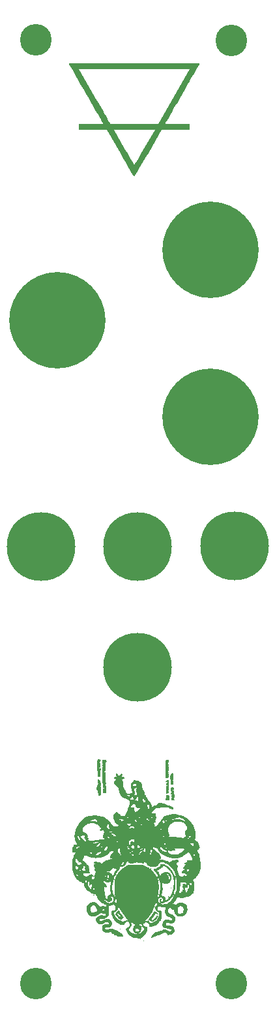
<source format=gts>
G04 (created by PCBNEW-RS274X (2012-apr-16-27)-stable) date Thu 18 Jun 2015 01:41:52 CEST*
G01*
G70*
G90*
%MOIN*%
G04 Gerber Fmt 3.4, Leading zero omitted, Abs format*
%FSLAX34Y34*%
G04 APERTURE LIST*
%ADD10C,0.006000*%
%ADD11C,0.000100*%
%ADD12C,0.161700*%
%ADD13C,0.350700*%
%ADD14C,0.492400*%
G04 APERTURE END LIST*
G54D10*
G54D11*
G36*
X51504Y-66413D02*
X51490Y-66435D01*
X51479Y-66438D01*
X51456Y-66425D01*
X51454Y-66413D01*
X51467Y-66391D01*
X51479Y-66388D01*
X51501Y-66402D01*
X51504Y-66413D01*
X51504Y-66413D01*
X51504Y-66413D01*
G37*
G36*
X54395Y-62656D02*
X54389Y-62737D01*
X54386Y-62755D01*
X54362Y-62845D01*
X54325Y-62939D01*
X54278Y-63028D01*
X54233Y-63096D01*
X54233Y-62125D01*
X54231Y-62118D01*
X54225Y-62115D01*
X54223Y-62138D01*
X54225Y-62162D01*
X54231Y-62159D01*
X54233Y-62125D01*
X54233Y-63096D01*
X54228Y-63105D01*
X54218Y-63116D01*
X54218Y-62212D01*
X54215Y-62202D01*
X54207Y-62196D01*
X54205Y-62212D01*
X54208Y-62234D01*
X54214Y-62234D01*
X54218Y-62212D01*
X54218Y-63116D01*
X54178Y-63161D01*
X54166Y-63169D01*
X54166Y-62523D01*
X54164Y-62522D01*
X54149Y-62533D01*
X54145Y-62538D01*
X54141Y-62554D01*
X54143Y-62555D01*
X54158Y-62543D01*
X54162Y-62538D01*
X54166Y-62523D01*
X54166Y-63169D01*
X54154Y-63179D01*
X54126Y-63201D01*
X54120Y-63206D01*
X54120Y-62101D01*
X54111Y-62070D01*
X54088Y-62021D01*
X54055Y-61963D01*
X54050Y-61954D01*
X54050Y-61527D01*
X54047Y-61484D01*
X54046Y-61480D01*
X54037Y-61443D01*
X54022Y-61432D01*
X54004Y-61436D01*
X54004Y-60864D01*
X53995Y-60856D01*
X53987Y-60864D01*
X53995Y-60872D01*
X54004Y-60864D01*
X54004Y-61436D01*
X53993Y-61439D01*
X53984Y-61441D01*
X53984Y-60929D01*
X53982Y-60919D01*
X53974Y-60913D01*
X53971Y-60929D01*
X53975Y-60951D01*
X53980Y-60951D01*
X53984Y-60929D01*
X53984Y-61441D01*
X53942Y-61452D01*
X53937Y-61453D01*
X53937Y-61061D01*
X53932Y-61042D01*
X53917Y-61052D01*
X53901Y-61060D01*
X53901Y-60849D01*
X53898Y-60844D01*
X53878Y-60842D01*
X53876Y-60844D01*
X53878Y-60854D01*
X53887Y-60856D01*
X53901Y-60849D01*
X53901Y-61060D01*
X53886Y-61067D01*
X53868Y-61070D01*
X53868Y-60643D01*
X53863Y-60606D01*
X53854Y-60564D01*
X53846Y-60538D01*
X53842Y-60538D01*
X53840Y-60567D01*
X53839Y-60593D01*
X53841Y-60639D01*
X53848Y-60668D01*
X53854Y-60672D01*
X53867Y-60659D01*
X53868Y-60643D01*
X53868Y-61070D01*
X53850Y-61072D01*
X53814Y-61077D01*
X53805Y-61097D01*
X53815Y-61132D01*
X53825Y-61150D01*
X53839Y-61143D01*
X53855Y-61125D01*
X53885Y-61098D01*
X53910Y-61089D01*
X53933Y-61075D01*
X53937Y-61061D01*
X53937Y-61453D01*
X53907Y-61456D01*
X53862Y-61456D01*
X53920Y-61512D01*
X53973Y-61555D01*
X54015Y-61570D01*
X54043Y-61558D01*
X54046Y-61554D01*
X54050Y-61527D01*
X54050Y-61954D01*
X54018Y-61903D01*
X53983Y-61851D01*
X53953Y-61815D01*
X53947Y-61810D01*
X53928Y-61795D01*
X53930Y-61803D01*
X53931Y-61805D01*
X53985Y-61893D01*
X54030Y-61994D01*
X54058Y-62094D01*
X54063Y-62122D01*
X54070Y-62171D01*
X54078Y-62198D01*
X54083Y-62198D01*
X54083Y-62197D01*
X54096Y-62161D01*
X54105Y-62148D01*
X54118Y-62118D01*
X54120Y-62101D01*
X54120Y-63206D01*
X54090Y-63235D01*
X54084Y-63241D01*
X54051Y-63272D01*
X54026Y-63288D01*
X54022Y-63288D01*
X54020Y-63289D01*
X54020Y-62763D01*
X54012Y-62755D01*
X54004Y-62763D01*
X54012Y-62772D01*
X54020Y-62763D01*
X54020Y-63289D01*
X54005Y-63300D01*
X54011Y-63335D01*
X54020Y-63355D01*
X54042Y-63399D01*
X54054Y-63422D01*
X54071Y-63479D01*
X54080Y-63558D01*
X54082Y-63651D01*
X54077Y-63748D01*
X54066Y-63840D01*
X54048Y-63917D01*
X54027Y-63966D01*
X53987Y-64016D01*
X53987Y-62713D01*
X53983Y-62691D01*
X53981Y-62689D01*
X53981Y-62261D01*
X53967Y-62205D01*
X53943Y-62136D01*
X53911Y-62063D01*
X53875Y-61994D01*
X53838Y-61936D01*
X53807Y-61900D01*
X53792Y-61889D01*
X53792Y-61198D01*
X53792Y-61174D01*
X53782Y-61171D01*
X53782Y-60434D01*
X53782Y-60429D01*
X53760Y-60425D01*
X53750Y-60427D01*
X53744Y-60435D01*
X53760Y-60438D01*
X53782Y-60434D01*
X53782Y-61171D01*
X53772Y-61169D01*
X53742Y-61182D01*
X53736Y-61188D01*
X53712Y-61208D01*
X53712Y-60639D01*
X53696Y-60600D01*
X53694Y-60596D01*
X53694Y-60392D01*
X53692Y-60372D01*
X53672Y-60337D01*
X53633Y-60292D01*
X53583Y-60245D01*
X53531Y-60203D01*
X53484Y-60176D01*
X53433Y-60159D01*
X53385Y-60154D01*
X53383Y-60154D01*
X53346Y-60148D01*
X53337Y-60131D01*
X53325Y-60110D01*
X53300Y-60107D01*
X53278Y-60124D01*
X53254Y-60135D01*
X53235Y-60134D01*
X53209Y-60133D01*
X53204Y-60140D01*
X53192Y-60154D01*
X53168Y-60152D01*
X53149Y-60137D01*
X53148Y-60135D01*
X53141Y-60132D01*
X53138Y-60151D01*
X53131Y-60177D01*
X53107Y-60188D01*
X53081Y-60189D01*
X53031Y-60193D01*
X52983Y-60204D01*
X52947Y-60219D01*
X52930Y-60234D01*
X52932Y-60241D01*
X52957Y-60244D01*
X52998Y-60231D01*
X53003Y-60228D01*
X53038Y-60215D01*
X53082Y-60208D01*
X53143Y-60207D01*
X53210Y-60210D01*
X53283Y-60216D01*
X53347Y-60224D01*
X53393Y-60233D01*
X53404Y-60237D01*
X53447Y-60252D01*
X53502Y-60269D01*
X53513Y-60272D01*
X53568Y-60292D01*
X53619Y-60322D01*
X53656Y-60355D01*
X53670Y-60385D01*
X53680Y-60404D01*
X53685Y-60406D01*
X53694Y-60392D01*
X53694Y-60596D01*
X53666Y-60547D01*
X53629Y-60493D01*
X53590Y-60444D01*
X53558Y-60412D01*
X53520Y-60390D01*
X53467Y-60370D01*
X53426Y-60358D01*
X53346Y-60336D01*
X53279Y-60326D01*
X53210Y-60325D01*
X53170Y-60328D01*
X53101Y-60336D01*
X53038Y-60348D01*
X52994Y-60363D01*
X52993Y-60363D01*
X52952Y-60391D01*
X52900Y-60437D01*
X52846Y-60490D01*
X52801Y-60542D01*
X52775Y-60582D01*
X52761Y-60619D01*
X52747Y-60673D01*
X52736Y-60733D01*
X52729Y-60789D01*
X52727Y-60832D01*
X52731Y-60853D01*
X52754Y-60882D01*
X52777Y-60930D01*
X52795Y-60984D01*
X52803Y-61033D01*
X52804Y-61037D01*
X52798Y-61076D01*
X52778Y-61089D01*
X52776Y-61089D01*
X52757Y-61094D01*
X52758Y-61099D01*
X52778Y-61104D01*
X52825Y-61108D01*
X52891Y-61112D01*
X52971Y-61115D01*
X52982Y-61116D01*
X53131Y-61121D01*
X53251Y-61129D01*
X53344Y-61140D01*
X53414Y-61155D01*
X53464Y-61173D01*
X53495Y-61193D01*
X53512Y-61191D01*
X53522Y-61176D01*
X53542Y-61148D01*
X53579Y-61115D01*
X53593Y-61105D01*
X53632Y-61073D01*
X53645Y-61046D01*
X53643Y-61031D01*
X53625Y-60997D01*
X53611Y-60985D01*
X53598Y-60961D01*
X53590Y-60914D01*
X53589Y-60891D01*
X53591Y-60840D01*
X53601Y-60811D01*
X53623Y-60794D01*
X53629Y-60792D01*
X53681Y-60753D01*
X53710Y-60698D01*
X53712Y-60639D01*
X53712Y-61208D01*
X53700Y-61218D01*
X53669Y-61243D01*
X53630Y-61272D01*
X53667Y-61272D01*
X53697Y-61263D01*
X53704Y-61247D01*
X53718Y-61227D01*
X53743Y-61222D01*
X53778Y-61213D01*
X53792Y-61198D01*
X53792Y-61889D01*
X53791Y-61888D01*
X53774Y-61887D01*
X53750Y-61901D01*
X53714Y-61933D01*
X53676Y-61968D01*
X53572Y-62052D01*
X53572Y-61742D01*
X53487Y-61724D01*
X53433Y-61715D01*
X53358Y-61706D01*
X53274Y-61699D01*
X53227Y-61696D01*
X53149Y-61692D01*
X53099Y-61690D01*
X53073Y-61692D01*
X53064Y-61699D01*
X53067Y-61711D01*
X53073Y-61721D01*
X53086Y-61762D01*
X53069Y-61793D01*
X53025Y-61810D01*
X52988Y-61813D01*
X52935Y-61820D01*
X52905Y-61837D01*
X52904Y-61838D01*
X52890Y-61851D01*
X52868Y-61849D01*
X52864Y-61847D01*
X52864Y-61309D01*
X52863Y-61308D01*
X52841Y-61292D01*
X52816Y-61283D01*
X52790Y-61278D01*
X52794Y-61285D01*
X52811Y-61298D01*
X52843Y-61317D01*
X52863Y-61321D01*
X52864Y-61309D01*
X52864Y-61847D01*
X52828Y-61830D01*
X52822Y-61827D01*
X52804Y-61817D01*
X52804Y-61696D01*
X52795Y-61679D01*
X52787Y-61681D01*
X52771Y-61702D01*
X52770Y-61706D01*
X52783Y-61722D01*
X52787Y-61722D01*
X52801Y-61709D01*
X52804Y-61696D01*
X52804Y-61817D01*
X52780Y-61806D01*
X52758Y-61803D01*
X52747Y-61814D01*
X52746Y-61816D01*
X52738Y-61870D01*
X52759Y-61920D01*
X52780Y-61944D01*
X52835Y-61982D01*
X52911Y-62006D01*
X53011Y-62015D01*
X53097Y-62014D01*
X53174Y-62008D01*
X53232Y-61996D01*
X53285Y-61976D01*
X53332Y-61952D01*
X53417Y-61902D01*
X53478Y-61858D01*
X53521Y-61815D01*
X53543Y-61786D01*
X53572Y-61742D01*
X53572Y-62052D01*
X53568Y-62055D01*
X53441Y-62130D01*
X53308Y-62185D01*
X53302Y-62186D01*
X53235Y-62199D01*
X53146Y-62206D01*
X53047Y-62205D01*
X52950Y-62198D01*
X52865Y-62185D01*
X52816Y-62172D01*
X52763Y-62153D01*
X52719Y-62141D01*
X52702Y-62138D01*
X52680Y-62132D01*
X52680Y-60317D01*
X52674Y-60301D01*
X52655Y-60267D01*
X52651Y-60252D01*
X52638Y-60233D01*
X52625Y-60236D01*
X52611Y-60260D01*
X52617Y-60292D01*
X52639Y-60317D01*
X52657Y-60322D01*
X52680Y-60317D01*
X52680Y-62132D01*
X52675Y-62131D01*
X52670Y-62129D01*
X52670Y-61116D01*
X52658Y-61103D01*
X52629Y-61082D01*
X52599Y-61065D01*
X52588Y-61068D01*
X52587Y-61088D01*
X52596Y-61115D01*
X52629Y-61122D01*
X52660Y-61120D01*
X52670Y-61116D01*
X52670Y-62129D01*
X52662Y-62125D01*
X52662Y-61679D01*
X52660Y-61669D01*
X52639Y-61658D01*
X52612Y-61656D01*
X52612Y-61476D01*
X52596Y-61457D01*
X52585Y-61449D01*
X52576Y-61445D01*
X52576Y-60370D01*
X52575Y-60358D01*
X52563Y-60346D01*
X52547Y-60317D01*
X52544Y-60271D01*
X52547Y-60242D01*
X52556Y-60164D01*
X52496Y-60229D01*
X52463Y-60271D01*
X52445Y-60305D01*
X52444Y-60318D01*
X52452Y-60353D01*
X52454Y-60382D01*
X52461Y-60414D01*
X52479Y-60421D01*
X52497Y-60399D01*
X52497Y-60397D01*
X52520Y-60378D01*
X52548Y-60372D01*
X52576Y-60370D01*
X52576Y-61445D01*
X52549Y-61435D01*
X52526Y-61443D01*
X52526Y-61093D01*
X52522Y-61091D01*
X52517Y-61089D01*
X52517Y-60683D01*
X52515Y-60678D01*
X52495Y-60676D01*
X52492Y-60678D01*
X52495Y-60688D01*
X52504Y-60689D01*
X52517Y-60683D01*
X52517Y-61089D01*
X52496Y-61084D01*
X52484Y-61084D01*
X52484Y-60633D01*
X52481Y-60628D01*
X52461Y-60626D01*
X52459Y-60628D01*
X52461Y-60638D01*
X52470Y-60639D01*
X52484Y-60633D01*
X52484Y-61084D01*
X52463Y-61085D01*
X52453Y-61089D01*
X52453Y-60740D01*
X52441Y-60728D01*
X52399Y-60719D01*
X52369Y-60716D01*
X52335Y-60714D01*
X52329Y-60715D01*
X52341Y-60717D01*
X52374Y-60730D01*
X52387Y-60748D01*
X52395Y-60770D01*
X52421Y-60765D01*
X52436Y-60756D01*
X52453Y-60740D01*
X52453Y-61089D01*
X52440Y-61094D01*
X52437Y-61099D01*
X52451Y-61103D01*
X52487Y-61105D01*
X52491Y-61105D01*
X52525Y-61102D01*
X52526Y-61093D01*
X52526Y-61443D01*
X52526Y-61443D01*
X52523Y-61472D01*
X52526Y-61479D01*
X52549Y-61503D01*
X52586Y-61499D01*
X52601Y-61491D01*
X52612Y-61476D01*
X52612Y-61656D01*
X52607Y-61656D01*
X52579Y-61662D01*
X52570Y-61672D01*
X52584Y-61686D01*
X52604Y-61689D01*
X52631Y-61698D01*
X52637Y-61710D01*
X52642Y-61719D01*
X52653Y-61706D01*
X52662Y-61679D01*
X52662Y-62125D01*
X52653Y-62122D01*
X52653Y-61851D01*
X52642Y-61826D01*
X52629Y-61822D01*
X52606Y-61813D01*
X52604Y-61805D01*
X52589Y-61792D01*
X52566Y-61788D01*
X52524Y-61779D01*
X52484Y-61758D01*
X52457Y-61730D01*
X52453Y-61717D01*
X52438Y-61676D01*
X52397Y-61652D01*
X52387Y-61651D01*
X52387Y-61422D01*
X52373Y-61408D01*
X52358Y-61406D01*
X52338Y-61409D01*
X52350Y-61420D01*
X52354Y-61422D01*
X52379Y-61437D01*
X52386Y-61432D01*
X52387Y-61422D01*
X52387Y-61651D01*
X52375Y-61649D01*
X52326Y-61646D01*
X52351Y-61696D01*
X52375Y-61736D01*
X52399Y-61761D01*
X52400Y-61761D01*
X52429Y-61785D01*
X52451Y-61807D01*
X52480Y-61831D01*
X52499Y-61838D01*
X52524Y-61852D01*
X52530Y-61862D01*
X52551Y-61880D01*
X52587Y-61885D01*
X52625Y-61878D01*
X52650Y-61862D01*
X52653Y-61851D01*
X52653Y-62122D01*
X52629Y-62112D01*
X52573Y-62084D01*
X52514Y-62054D01*
X52461Y-62024D01*
X52422Y-62000D01*
X52406Y-61985D01*
X52387Y-61968D01*
X52360Y-61954D01*
X52333Y-61934D01*
X52304Y-61901D01*
X52304Y-60814D01*
X52295Y-60806D01*
X52287Y-60814D01*
X52295Y-60822D01*
X52304Y-60814D01*
X52304Y-61901D01*
X52297Y-61894D01*
X52258Y-61843D01*
X52251Y-61831D01*
X52251Y-61599D01*
X52248Y-61594D01*
X52228Y-61592D01*
X52226Y-61594D01*
X52228Y-61604D01*
X52237Y-61606D01*
X52251Y-61599D01*
X52251Y-61831D01*
X52223Y-61789D01*
X52197Y-61744D01*
X52187Y-61714D01*
X52172Y-61702D01*
X52151Y-61692D01*
X52151Y-60879D01*
X52148Y-60869D01*
X52141Y-60863D01*
X52138Y-60879D01*
X52141Y-60901D01*
X52147Y-60901D01*
X52151Y-60879D01*
X52151Y-61692D01*
X52135Y-61686D01*
X52085Y-61669D01*
X52033Y-61655D01*
X51988Y-61646D01*
X51961Y-61644D01*
X51958Y-61646D01*
X51954Y-61669D01*
X51970Y-61702D01*
X51998Y-61731D01*
X52017Y-61743D01*
X52068Y-61772D01*
X52113Y-61809D01*
X52145Y-61848D01*
X52154Y-61874D01*
X52169Y-61902D01*
X52199Y-61915D01*
X52256Y-61944D01*
X52308Y-61998D01*
X52348Y-62069D01*
X52371Y-62148D01*
X52374Y-62174D01*
X52375Y-62219D01*
X52368Y-62240D01*
X52349Y-62246D01*
X52342Y-62245D01*
X52317Y-62250D01*
X52314Y-62258D01*
X52334Y-62266D01*
X52376Y-62271D01*
X52409Y-62272D01*
X52476Y-62278D01*
X52551Y-62295D01*
X52587Y-62306D01*
X52646Y-62329D01*
X52700Y-62349D01*
X52724Y-62358D01*
X52757Y-62374D01*
X52770Y-62388D01*
X52782Y-62408D01*
X52811Y-62408D01*
X52849Y-62390D01*
X52872Y-62373D01*
X52918Y-62340D01*
X52967Y-62318D01*
X52976Y-62316D01*
X53025Y-62307D01*
X53086Y-62294D01*
X53109Y-62288D01*
X53165Y-62278D01*
X53214Y-62277D01*
X53229Y-62279D01*
X53263Y-62299D01*
X53270Y-62332D01*
X53252Y-62370D01*
X53223Y-62395D01*
X53190Y-62424D01*
X53182Y-62459D01*
X53184Y-62474D01*
X53183Y-62512D01*
X53168Y-62523D01*
X53164Y-62528D01*
X53187Y-62537D01*
X53212Y-62548D01*
X53223Y-62567D01*
X53225Y-62606D01*
X53224Y-62628D01*
X53218Y-62683D01*
X53207Y-62729D01*
X53202Y-62740D01*
X53194Y-62779D01*
X53201Y-62794D01*
X53213Y-62818D01*
X53231Y-62866D01*
X53250Y-62926D01*
X53254Y-62938D01*
X53274Y-63001D01*
X53293Y-63051D01*
X53308Y-63081D01*
X53310Y-63083D01*
X53344Y-63110D01*
X53389Y-63133D01*
X53430Y-63147D01*
X53451Y-63147D01*
X53480Y-63139D01*
X53486Y-63138D01*
X53500Y-63124D01*
X53510Y-63097D01*
X53529Y-63063D01*
X53562Y-63055D01*
X53596Y-63064D01*
X53604Y-63081D01*
X53612Y-63099D01*
X53641Y-63096D01*
X53680Y-63080D01*
X53696Y-63065D01*
X53687Y-63056D01*
X53674Y-63055D01*
X53654Y-63048D01*
X53654Y-62830D01*
X53645Y-62822D01*
X53637Y-62830D01*
X53645Y-62838D01*
X53654Y-62830D01*
X53654Y-63048D01*
X53644Y-63045D01*
X53637Y-63030D01*
X53623Y-63008D01*
X53612Y-63005D01*
X53590Y-62996D01*
X53587Y-62988D01*
X53572Y-62978D01*
X53535Y-62972D01*
X53521Y-62972D01*
X53470Y-62966D01*
X53441Y-62946D01*
X53437Y-62939D01*
X53422Y-62901D01*
X53430Y-62875D01*
X53465Y-62851D01*
X53483Y-62842D01*
X53527Y-62818D01*
X53560Y-62793D01*
X53565Y-62788D01*
X53574Y-62768D01*
X53555Y-62756D01*
X53548Y-62754D01*
X53513Y-62734D01*
X53506Y-62698D01*
X53526Y-62650D01*
X53570Y-62597D01*
X53607Y-62557D01*
X53624Y-62535D01*
X53621Y-62523D01*
X53605Y-62517D01*
X53578Y-62497D01*
X53571Y-62466D01*
X53585Y-62438D01*
X53597Y-62432D01*
X53633Y-62424D01*
X53669Y-62422D01*
X53700Y-62418D01*
X53710Y-62400D01*
X53707Y-62372D01*
X53700Y-62322D01*
X53835Y-62322D01*
X53908Y-62320D01*
X53952Y-62315D01*
X53975Y-62305D01*
X53981Y-62297D01*
X53981Y-62261D01*
X53981Y-62689D01*
X53980Y-62688D01*
X53970Y-62701D01*
X53964Y-62713D01*
X53964Y-62735D01*
X53971Y-62738D01*
X53985Y-62725D01*
X53987Y-62713D01*
X53987Y-64016D01*
X53980Y-64025D01*
X53934Y-64067D01*
X53934Y-63520D01*
X53925Y-63487D01*
X53921Y-63481D01*
X53920Y-63480D01*
X53920Y-63413D01*
X53912Y-63405D01*
X53904Y-63413D01*
X53912Y-63422D01*
X53920Y-63413D01*
X53920Y-63480D01*
X53901Y-63467D01*
X53901Y-62502D01*
X53897Y-62493D01*
X53881Y-62488D01*
X53876Y-62507D01*
X53882Y-62532D01*
X53892Y-62554D01*
X53898Y-62545D01*
X53900Y-62533D01*
X53901Y-62502D01*
X53901Y-63467D01*
X53891Y-63461D01*
X53870Y-63454D01*
X53870Y-62880D01*
X53867Y-62858D01*
X53864Y-62855D01*
X53849Y-62866D01*
X53837Y-62880D01*
X53825Y-62900D01*
X53841Y-62905D01*
X53843Y-62905D01*
X53867Y-62893D01*
X53870Y-62880D01*
X53870Y-63454D01*
X53860Y-63451D01*
X53831Y-63449D01*
X53826Y-63463D01*
X53828Y-63467D01*
X53836Y-63504D01*
X53837Y-63515D01*
X53850Y-63536D01*
X53862Y-63538D01*
X53884Y-63551D01*
X53887Y-63562D01*
X53899Y-63588D01*
X53908Y-63593D01*
X53924Y-63585D01*
X53933Y-63556D01*
X53934Y-63520D01*
X53934Y-64067D01*
X53918Y-64082D01*
X53849Y-64129D01*
X53817Y-64144D01*
X53817Y-63644D01*
X53817Y-63605D01*
X53812Y-63600D01*
X53812Y-62789D01*
X53808Y-62774D01*
X53802Y-62770D01*
X53767Y-62758D01*
X53739Y-62755D01*
X53711Y-62760D01*
X53707Y-62782D01*
X53710Y-62793D01*
X53718Y-62836D01*
X53720Y-62860D01*
X53727Y-62880D01*
X53737Y-62880D01*
X53753Y-62856D01*
X53754Y-62850D01*
X53766Y-62826D01*
X53789Y-62807D01*
X53812Y-62789D01*
X53812Y-63600D01*
X53801Y-63589D01*
X53795Y-63588D01*
X53771Y-63574D01*
X53754Y-63547D01*
X53738Y-63512D01*
X53737Y-63511D01*
X53737Y-63247D01*
X53737Y-63030D01*
X53729Y-63022D01*
X53720Y-63030D01*
X53729Y-63038D01*
X53737Y-63030D01*
X53737Y-63247D01*
X53729Y-63238D01*
X53720Y-63247D01*
X53729Y-63255D01*
X53737Y-63247D01*
X53737Y-63511D01*
X53731Y-63509D01*
X53732Y-63537D01*
X53738Y-63576D01*
X53744Y-63629D01*
X53744Y-63675D01*
X53742Y-63684D01*
X53723Y-63715D01*
X53704Y-63717D01*
X53704Y-62623D01*
X53692Y-62613D01*
X53667Y-62619D01*
X53638Y-62636D01*
X53619Y-62657D01*
X53611Y-62683D01*
X53620Y-62688D01*
X53641Y-62675D01*
X53647Y-62663D01*
X53668Y-62641D01*
X53680Y-62638D01*
X53701Y-62630D01*
X53704Y-62623D01*
X53704Y-63717D01*
X53691Y-63719D01*
X53675Y-63709D01*
X53675Y-63597D01*
X53664Y-63540D01*
X53657Y-63495D01*
X53654Y-63462D01*
X53654Y-63461D01*
X53642Y-63445D01*
X53616Y-63447D01*
X53580Y-63448D01*
X53525Y-63442D01*
X53476Y-63433D01*
X53374Y-63409D01*
X53364Y-63469D01*
X53357Y-63527D01*
X53353Y-63592D01*
X53353Y-63605D01*
X53350Y-63658D01*
X53339Y-63725D01*
X53321Y-63813D01*
X53294Y-63926D01*
X53292Y-63934D01*
X53290Y-63959D01*
X53305Y-63970D01*
X53343Y-63972D01*
X53384Y-63968D01*
X53401Y-63955D01*
X53404Y-63938D01*
X53415Y-63910D01*
X53437Y-63905D01*
X53461Y-63897D01*
X53470Y-63867D01*
X53470Y-63856D01*
X53477Y-63818D01*
X53502Y-63802D01*
X53504Y-63802D01*
X53537Y-63797D01*
X53504Y-63734D01*
X53479Y-63678D01*
X53471Y-63634D01*
X53480Y-63609D01*
X53491Y-63605D01*
X53502Y-63600D01*
X53489Y-63590D01*
X53473Y-63564D01*
X53473Y-63545D01*
X53492Y-63522D01*
X53530Y-63515D01*
X53576Y-63525D01*
X53622Y-63549D01*
X53632Y-63558D01*
X53675Y-63597D01*
X53675Y-63709D01*
X53657Y-63699D01*
X53648Y-63688D01*
X53631Y-63666D01*
X53622Y-63671D01*
X53615Y-63704D01*
X53612Y-63749D01*
X53616Y-63810D01*
X53621Y-63846D01*
X53630Y-63917D01*
X53624Y-63965D01*
X53620Y-63975D01*
X53618Y-63987D01*
X53635Y-63975D01*
X53661Y-63948D01*
X53695Y-63906D01*
X53716Y-63868D01*
X53720Y-63854D01*
X53728Y-63805D01*
X53748Y-63776D01*
X53763Y-63772D01*
X53781Y-63757D01*
X53799Y-63721D01*
X53803Y-63709D01*
X53817Y-63644D01*
X53817Y-64144D01*
X53784Y-64161D01*
X53733Y-64172D01*
X53696Y-64177D01*
X53642Y-64191D01*
X53600Y-64205D01*
X53582Y-64208D01*
X53582Y-64027D01*
X53566Y-64022D01*
X53564Y-64022D01*
X53540Y-64034D01*
X53537Y-64047D01*
X53540Y-64069D01*
X53543Y-64072D01*
X53558Y-64061D01*
X53570Y-64047D01*
X53582Y-64027D01*
X53582Y-64208D01*
X53520Y-64222D01*
X53520Y-64080D01*
X53512Y-64072D01*
X53504Y-64080D01*
X53512Y-64088D01*
X53520Y-64080D01*
X53520Y-64222D01*
X53500Y-64226D01*
X53388Y-64229D01*
X53278Y-64212D01*
X53250Y-64205D01*
X53219Y-64199D01*
X53201Y-64211D01*
X53186Y-64248D01*
X53183Y-64256D01*
X53183Y-63390D01*
X53172Y-63249D01*
X53147Y-63126D01*
X53107Y-63013D01*
X53096Y-62987D01*
X53073Y-62936D01*
X53058Y-62896D01*
X53054Y-62880D01*
X53042Y-62851D01*
X53011Y-62806D01*
X52965Y-62752D01*
X52912Y-62692D01*
X52855Y-62634D01*
X52800Y-62583D01*
X52753Y-62544D01*
X52719Y-62523D01*
X52711Y-62522D01*
X52692Y-62513D01*
X52658Y-62491D01*
X52650Y-62486D01*
X52614Y-62468D01*
X52557Y-62446D01*
X52489Y-62424D01*
X52420Y-62405D01*
X52362Y-62392D01*
X52334Y-62389D01*
X52321Y-62402D01*
X52311Y-62426D01*
X52279Y-62490D01*
X52229Y-62554D01*
X52170Y-62605D01*
X52115Y-62634D01*
X52052Y-62647D01*
X51981Y-62653D01*
X51928Y-62653D01*
X51928Y-60083D01*
X51918Y-60075D01*
X51889Y-60093D01*
X51871Y-60107D01*
X51845Y-60133D01*
X51845Y-60148D01*
X51854Y-60156D01*
X51888Y-60167D01*
X51910Y-60148D01*
X51922Y-60117D01*
X51928Y-60083D01*
X51928Y-62653D01*
X51920Y-62653D01*
X51920Y-61810D01*
X51914Y-61777D01*
X51907Y-61764D01*
X51885Y-61740D01*
X51867Y-61725D01*
X51848Y-61713D01*
X51843Y-61724D01*
X51847Y-61758D01*
X51847Y-61806D01*
X51839Y-61868D01*
X51831Y-61904D01*
X51816Y-61975D01*
X51817Y-62020D01*
X51833Y-62038D01*
X51836Y-62038D01*
X51848Y-62024D01*
X51863Y-61988D01*
X51868Y-61974D01*
X51880Y-61926D01*
X51887Y-61888D01*
X51887Y-61882D01*
X51895Y-61859D01*
X51904Y-61855D01*
X51916Y-61841D01*
X51920Y-61810D01*
X51920Y-62653D01*
X51912Y-62653D01*
X51858Y-62646D01*
X51843Y-62641D01*
X51843Y-62543D01*
X51830Y-62513D01*
X51823Y-62501D01*
X51792Y-62460D01*
X51770Y-62443D01*
X51770Y-59581D01*
X51769Y-59520D01*
X51763Y-59486D01*
X51751Y-59473D01*
X51745Y-59472D01*
X51717Y-59459D01*
X51710Y-59447D01*
X51689Y-59425D01*
X51677Y-59422D01*
X51661Y-59435D01*
X51654Y-59476D01*
X51654Y-59397D01*
X51645Y-59389D01*
X51637Y-59397D01*
X51645Y-59406D01*
X51654Y-59397D01*
X51654Y-59476D01*
X51654Y-59493D01*
X51661Y-59552D01*
X51686Y-59603D01*
X51705Y-59627D01*
X51736Y-59663D01*
X51758Y-59685D01*
X51763Y-59689D01*
X51767Y-59674D01*
X51769Y-59634D01*
X51770Y-59581D01*
X51770Y-62443D01*
X51768Y-62441D01*
X51760Y-62444D01*
X51760Y-60248D01*
X51740Y-60237D01*
X51711Y-60213D01*
X51704Y-60191D01*
X51698Y-60148D01*
X51693Y-60131D01*
X51683Y-60117D01*
X51670Y-60130D01*
X51660Y-60148D01*
X51643Y-60188D01*
X51637Y-60216D01*
X51622Y-60234D01*
X51591Y-60240D01*
X51580Y-60241D01*
X51580Y-59266D01*
X51566Y-59256D01*
X51565Y-59256D01*
X51543Y-59242D01*
X51517Y-59209D01*
X51511Y-59197D01*
X51481Y-59156D01*
X51452Y-59139D01*
X51429Y-59147D01*
X51420Y-59180D01*
X51420Y-59181D01*
X51430Y-59247D01*
X51456Y-59302D01*
X51493Y-59336D01*
X51515Y-59342D01*
X51549Y-59346D01*
X51564Y-59348D01*
X51568Y-59333D01*
X51576Y-59301D01*
X51580Y-59266D01*
X51580Y-60241D01*
X51545Y-60242D01*
X51587Y-60255D01*
X51628Y-60258D01*
X51651Y-60250D01*
X51682Y-60242D01*
X51706Y-60253D01*
X51739Y-60264D01*
X51757Y-60262D01*
X51760Y-60248D01*
X51760Y-62444D01*
X51755Y-62447D01*
X51754Y-62457D01*
X51765Y-62483D01*
X51790Y-62517D01*
X51820Y-62545D01*
X51841Y-62555D01*
X51843Y-62543D01*
X51843Y-62641D01*
X51841Y-62640D01*
X51805Y-62623D01*
X51762Y-62603D01*
X51715Y-62576D01*
X51676Y-62544D01*
X51655Y-62515D01*
X51654Y-62508D01*
X51638Y-62473D01*
X51620Y-62458D01*
X51620Y-61541D01*
X51613Y-61528D01*
X51596Y-61539D01*
X51574Y-61566D01*
X51552Y-61603D01*
X51535Y-61643D01*
X51528Y-61668D01*
X51514Y-61740D01*
X51496Y-61785D01*
X51469Y-61811D01*
X51437Y-61822D01*
X51437Y-61714D01*
X51428Y-61692D01*
X51400Y-61695D01*
X51399Y-61696D01*
X51399Y-60494D01*
X51385Y-60455D01*
X51361Y-60428D01*
X51346Y-60422D01*
X51334Y-60427D01*
X51334Y-59145D01*
X51332Y-59136D01*
X51324Y-59129D01*
X51321Y-59146D01*
X51325Y-59167D01*
X51330Y-59168D01*
X51334Y-59145D01*
X51334Y-60427D01*
X51323Y-60432D01*
X51325Y-60453D01*
X51337Y-60464D01*
X51350Y-60487D01*
X51354Y-60515D01*
X51361Y-60547D01*
X51379Y-60554D01*
X51397Y-60531D01*
X51398Y-60529D01*
X51399Y-60494D01*
X51399Y-61696D01*
X51387Y-61703D01*
X51387Y-61471D01*
X51381Y-61448D01*
X51371Y-61447D01*
X51362Y-61468D01*
X51364Y-61481D01*
X51377Y-61504D01*
X51385Y-61494D01*
X51387Y-61471D01*
X51387Y-61703D01*
X51369Y-61714D01*
X51369Y-61532D01*
X51355Y-61538D01*
X51339Y-61560D01*
X51324Y-61585D01*
X51330Y-61584D01*
X51346Y-61568D01*
X51366Y-61544D01*
X51369Y-61532D01*
X51369Y-61714D01*
X51353Y-61724D01*
X51322Y-61747D01*
X51317Y-61751D01*
X51317Y-60668D01*
X51310Y-60658D01*
X51310Y-59667D01*
X51303Y-59655D01*
X51273Y-59644D01*
X51223Y-59639D01*
X51212Y-59639D01*
X51209Y-59638D01*
X51209Y-59015D01*
X51156Y-59069D01*
X51151Y-59075D01*
X51151Y-58899D01*
X51136Y-58861D01*
X51130Y-58851D01*
X51112Y-58809D01*
X51098Y-58760D01*
X51092Y-58713D01*
X51096Y-58681D01*
X51101Y-58674D01*
X51115Y-58658D01*
X51121Y-58627D01*
X51120Y-58576D01*
X51112Y-58511D01*
X51104Y-58453D01*
X51094Y-58421D01*
X51078Y-58405D01*
X51052Y-58397D01*
X51001Y-58395D01*
X50962Y-58410D01*
X50941Y-58436D01*
X50942Y-58466D01*
X50968Y-58494D01*
X50990Y-58504D01*
X51036Y-58517D01*
X51073Y-58522D01*
X51098Y-58530D01*
X51104Y-58539D01*
X51094Y-58570D01*
X51070Y-58605D01*
X51044Y-58632D01*
X51028Y-58639D01*
X51012Y-58654D01*
X51002Y-58690D01*
X51001Y-58697D01*
X51000Y-58739D01*
X51013Y-58760D01*
X51025Y-58765D01*
X51047Y-58780D01*
X51050Y-58810D01*
X51047Y-58826D01*
X51040Y-58872D01*
X51037Y-58906D01*
X51023Y-58933D01*
X51004Y-58944D01*
X50976Y-58966D01*
X50971Y-58991D01*
X50973Y-59017D01*
X50982Y-59013D01*
X50989Y-59001D01*
X51017Y-58977D01*
X51038Y-58972D01*
X51065Y-58984D01*
X51071Y-59001D01*
X51076Y-59015D01*
X51092Y-59003D01*
X51112Y-58981D01*
X51144Y-58935D01*
X51151Y-58899D01*
X51151Y-59075D01*
X51124Y-59107D01*
X51105Y-59138D01*
X51104Y-59147D01*
X51091Y-59174D01*
X51070Y-59194D01*
X51048Y-59218D01*
X51058Y-59234D01*
X51088Y-59239D01*
X51122Y-59251D01*
X51137Y-59264D01*
X51163Y-59286D01*
X51179Y-59278D01*
X51186Y-59239D01*
X51187Y-59218D01*
X51190Y-59153D01*
X51197Y-59088D01*
X51198Y-59081D01*
X51209Y-59015D01*
X51209Y-59638D01*
X51163Y-59634D01*
X51131Y-59614D01*
X51108Y-59584D01*
X51083Y-59539D01*
X51071Y-59498D01*
X51070Y-59492D01*
X51064Y-59467D01*
X51041Y-59457D01*
X51014Y-59456D01*
X50971Y-59457D01*
X50971Y-59179D01*
X50959Y-59153D01*
X50946Y-59139D01*
X50924Y-59106D01*
X50921Y-59088D01*
X50913Y-59055D01*
X50897Y-59050D01*
X50882Y-59074D01*
X50881Y-59079D01*
X50861Y-59113D01*
X50838Y-59127D01*
X50808Y-59143D01*
X50811Y-59167D01*
X50845Y-59197D01*
X50856Y-59204D01*
X50897Y-59224D01*
X50926Y-59224D01*
X50940Y-59217D01*
X50965Y-59194D01*
X50971Y-59179D01*
X50971Y-59457D01*
X50951Y-59458D01*
X50951Y-59299D01*
X50948Y-59294D01*
X50929Y-59292D01*
X50926Y-59294D01*
X50929Y-59304D01*
X50937Y-59306D01*
X50951Y-59299D01*
X50951Y-59458D01*
X50940Y-59459D01*
X50892Y-59471D01*
X50862Y-59495D01*
X50844Y-59535D01*
X50842Y-59541D01*
X50825Y-59607D01*
X50910Y-59602D01*
X50995Y-59597D01*
X51008Y-59689D01*
X51018Y-59740D01*
X51029Y-59776D01*
X51037Y-59786D01*
X51050Y-59805D01*
X51054Y-59828D01*
X51056Y-59852D01*
X51065Y-59845D01*
X51072Y-59835D01*
X51098Y-59810D01*
X51115Y-59806D01*
X51142Y-59794D01*
X51179Y-59766D01*
X51197Y-59748D01*
X51238Y-59711D01*
X51277Y-59685D01*
X51289Y-59680D01*
X51310Y-59667D01*
X51310Y-60658D01*
X51301Y-60645D01*
X51296Y-60639D01*
X51287Y-60622D01*
X51287Y-60117D01*
X51275Y-60087D01*
X51267Y-60079D01*
X51267Y-59967D01*
X51258Y-59961D01*
X51239Y-59939D01*
X51237Y-59929D01*
X51223Y-59908D01*
X51212Y-59906D01*
X51190Y-59918D01*
X51187Y-59929D01*
X51202Y-59957D01*
X51242Y-59969D01*
X51254Y-59970D01*
X51267Y-59967D01*
X51267Y-60079D01*
X51251Y-60062D01*
X51234Y-60056D01*
X51221Y-60067D01*
X51224Y-60094D01*
X51240Y-60119D01*
X51268Y-60137D01*
X51285Y-60129D01*
X51287Y-60117D01*
X51287Y-60622D01*
X51275Y-60600D01*
X51275Y-60573D01*
X51277Y-60546D01*
X51271Y-60539D01*
X51258Y-60553D01*
X51249Y-60581D01*
X51253Y-60623D01*
X51276Y-60648D01*
X51309Y-60669D01*
X51317Y-60668D01*
X51317Y-61751D01*
X51290Y-61774D01*
X51290Y-61614D01*
X51287Y-61596D01*
X51269Y-61585D01*
X51243Y-61566D01*
X51237Y-61550D01*
X51223Y-61527D01*
X51205Y-61518D01*
X51182Y-61518D01*
X51169Y-61541D01*
X51162Y-61569D01*
X51158Y-61615D01*
X51169Y-61636D01*
X51183Y-61655D01*
X51187Y-61676D01*
X51188Y-61698D01*
X51198Y-61699D01*
X51223Y-61679D01*
X51233Y-61671D01*
X51266Y-61640D01*
X51289Y-61616D01*
X51290Y-61614D01*
X51290Y-61774D01*
X51287Y-61778D01*
X51271Y-61799D01*
X51274Y-61805D01*
X51306Y-61793D01*
X51318Y-61782D01*
X51348Y-61763D01*
X51387Y-61750D01*
X51424Y-61735D01*
X51437Y-61714D01*
X51437Y-61822D01*
X51428Y-61825D01*
X51398Y-61830D01*
X51352Y-61837D01*
X51322Y-61849D01*
X51300Y-61872D01*
X51276Y-61914D01*
X51262Y-61942D01*
X51232Y-62001D01*
X51232Y-61817D01*
X51232Y-61812D01*
X51210Y-61808D01*
X51200Y-61810D01*
X51194Y-61818D01*
X51210Y-61820D01*
X51232Y-61817D01*
X51232Y-62001D01*
X51231Y-62005D01*
X51213Y-62043D01*
X51207Y-62061D01*
X51212Y-62066D01*
X51225Y-62062D01*
X51228Y-62061D01*
X51251Y-62041D01*
X51279Y-62001D01*
X51289Y-61982D01*
X51340Y-61900D01*
X51394Y-61852D01*
X51451Y-61836D01*
X51511Y-61853D01*
X51521Y-61859D01*
X51554Y-61868D01*
X51573Y-61851D01*
X51575Y-61814D01*
X51569Y-61793D01*
X51554Y-61732D01*
X51561Y-61683D01*
X51583Y-61657D01*
X51598Y-61643D01*
X51591Y-61639D01*
X51573Y-61627D01*
X51573Y-61603D01*
X51589Y-61581D01*
X51595Y-61578D01*
X51617Y-61555D01*
X51620Y-61541D01*
X51620Y-62458D01*
X51599Y-62442D01*
X51549Y-62423D01*
X51509Y-62415D01*
X51491Y-62420D01*
X51487Y-62442D01*
X51487Y-62448D01*
X51477Y-62479D01*
X51454Y-62489D01*
X51432Y-62476D01*
X51428Y-62468D01*
X51405Y-62454D01*
X51351Y-62452D01*
X51341Y-62452D01*
X51274Y-62450D01*
X51206Y-62438D01*
X51190Y-62433D01*
X51144Y-62419D01*
X51133Y-62418D01*
X51133Y-60658D01*
X51133Y-60632D01*
X51130Y-60627D01*
X51120Y-60624D01*
X51120Y-60299D01*
X51110Y-60259D01*
X51094Y-60238D01*
X51070Y-60226D01*
X51046Y-60240D01*
X51040Y-60246D01*
X51023Y-60268D01*
X51027Y-60285D01*
X51051Y-60307D01*
X51090Y-60333D01*
X51112Y-60334D01*
X51120Y-60307D01*
X51120Y-60299D01*
X51120Y-60624D01*
X51114Y-60623D01*
X51108Y-60639D01*
X51113Y-60658D01*
X51126Y-60670D01*
X51133Y-60658D01*
X51133Y-62418D01*
X51117Y-62418D01*
X51098Y-62430D01*
X51095Y-62433D01*
X51083Y-62438D01*
X51083Y-60597D01*
X51081Y-60594D01*
X51071Y-60597D01*
X51070Y-60606D01*
X51076Y-60619D01*
X51081Y-60617D01*
X51083Y-60597D01*
X51083Y-62438D01*
X51070Y-62444D01*
X51070Y-61364D01*
X51062Y-61356D01*
X51054Y-61364D01*
X51062Y-61372D01*
X51070Y-61364D01*
X51070Y-62444D01*
X51059Y-62450D01*
X51014Y-62453D01*
X51014Y-61653D01*
X51007Y-61615D01*
X51005Y-61611D01*
X51005Y-61231D01*
X50994Y-61231D01*
X50994Y-60620D01*
X50991Y-60602D01*
X50969Y-60577D01*
X50946Y-60572D01*
X50946Y-60289D01*
X50944Y-60273D01*
X50938Y-60272D01*
X50921Y-60284D01*
X50921Y-60289D01*
X50926Y-60305D01*
X50928Y-60306D01*
X50942Y-60294D01*
X50946Y-60289D01*
X50946Y-60572D01*
X50944Y-60572D01*
X50913Y-60565D01*
X50903Y-60551D01*
X50899Y-60539D01*
X50893Y-60551D01*
X50882Y-60562D01*
X50882Y-60065D01*
X50871Y-60056D01*
X50840Y-60041D01*
X50829Y-60039D01*
X50826Y-60046D01*
X50837Y-60056D01*
X50868Y-60070D01*
X50879Y-60072D01*
X50882Y-60065D01*
X50882Y-60562D01*
X50873Y-60571D01*
X50842Y-60560D01*
X50825Y-60545D01*
X50808Y-60519D01*
X50811Y-60485D01*
X50816Y-60470D01*
X50826Y-60437D01*
X50820Y-60424D01*
X50817Y-60423D01*
X50817Y-59642D01*
X50815Y-59635D01*
X50809Y-59633D01*
X50807Y-59656D01*
X50809Y-59679D01*
X50815Y-59676D01*
X50817Y-59642D01*
X50817Y-60423D01*
X50803Y-60422D01*
X50784Y-60428D01*
X50784Y-59007D01*
X50778Y-58995D01*
X50752Y-58987D01*
X50708Y-58979D01*
X50662Y-58974D01*
X50642Y-58980D01*
X50637Y-58993D01*
X50648Y-59012D01*
X50673Y-59010D01*
X50710Y-59013D01*
X50724Y-59028D01*
X50747Y-59053D01*
X50768Y-59046D01*
X50778Y-59028D01*
X50784Y-59007D01*
X50784Y-60428D01*
X50776Y-60430D01*
X50771Y-60441D01*
X50757Y-60451D01*
X50737Y-60448D01*
X50737Y-59939D01*
X50737Y-59935D01*
X50736Y-59881D01*
X50695Y-59931D01*
X50664Y-59974D01*
X50656Y-59998D01*
X50672Y-60002D01*
X50680Y-59999D01*
X50712Y-59990D01*
X50722Y-59989D01*
X50732Y-59974D01*
X50737Y-59939D01*
X50737Y-60448D01*
X50718Y-60446D01*
X50714Y-60445D01*
X50714Y-60150D01*
X50708Y-60144D01*
X50689Y-60122D01*
X50687Y-60112D01*
X50673Y-60094D01*
X50643Y-60089D01*
X50612Y-60090D01*
X50611Y-60100D01*
X50630Y-60121D01*
X50666Y-60146D01*
X50696Y-60153D01*
X50714Y-60150D01*
X50714Y-60445D01*
X50664Y-60429D01*
X50647Y-60426D01*
X50647Y-60443D01*
X50655Y-60467D01*
X50674Y-60502D01*
X50711Y-60525D01*
X50747Y-60537D01*
X50793Y-60553D01*
X50814Y-60569D01*
X50818Y-60593D01*
X50817Y-60603D01*
X50806Y-60637D01*
X50778Y-60646D01*
X50776Y-60646D01*
X50750Y-60650D01*
X50747Y-60658D01*
X50768Y-60670D01*
X50798Y-60671D01*
X50818Y-60662D01*
X50821Y-60656D01*
X50834Y-60643D01*
X50868Y-60639D01*
X50908Y-60644D01*
X50943Y-60656D01*
X50955Y-60665D01*
X50974Y-60683D01*
X50984Y-60671D01*
X50988Y-60662D01*
X50994Y-60620D01*
X50994Y-61231D01*
X50911Y-61236D01*
X50855Y-61242D01*
X50823Y-61252D01*
X50810Y-61270D01*
X50808Y-61274D01*
X50788Y-61300D01*
X50770Y-61306D01*
X50750Y-61314D01*
X50738Y-61345D01*
X50734Y-61376D01*
X50738Y-61467D01*
X50772Y-61543D01*
X50785Y-61560D01*
X50809Y-61585D01*
X50816Y-61584D01*
X50806Y-61559D01*
X50792Y-61507D01*
X50793Y-61444D01*
X50809Y-61387D01*
X50815Y-61376D01*
X50851Y-61345D01*
X50901Y-61342D01*
X50940Y-61357D01*
X50965Y-61369D01*
X50978Y-61365D01*
X50987Y-61341D01*
X50995Y-61297D01*
X51005Y-61231D01*
X51005Y-61611D01*
X50996Y-61583D01*
X50972Y-61532D01*
X50951Y-61512D01*
X50942Y-61513D01*
X50911Y-61521D01*
X50903Y-61522D01*
X50890Y-61536D01*
X50887Y-61557D01*
X50873Y-61590D01*
X50852Y-61601D01*
X50834Y-61608D01*
X50833Y-61620D01*
X50852Y-61644D01*
X50881Y-61672D01*
X50933Y-61717D01*
X50967Y-61735D01*
X50985Y-61725D01*
X50987Y-61707D01*
X50996Y-61677D01*
X51006Y-61669D01*
X51014Y-61653D01*
X51014Y-62453D01*
X51008Y-62454D01*
X50963Y-62454D01*
X50963Y-62088D01*
X50963Y-62074D01*
X50962Y-62047D01*
X50957Y-62016D01*
X50948Y-61994D01*
X50940Y-61988D01*
X50937Y-62002D01*
X50937Y-61956D01*
X50925Y-61933D01*
X50925Y-61933D01*
X50925Y-61849D01*
X50912Y-61830D01*
X50875Y-61803D01*
X50845Y-61783D01*
X50773Y-61728D01*
X50710Y-61658D01*
X50664Y-61585D01*
X50649Y-61545D01*
X50646Y-61542D01*
X50646Y-61568D01*
X50649Y-61606D01*
X50660Y-61680D01*
X50676Y-61726D01*
X50699Y-61750D01*
X50728Y-61756D01*
X50787Y-61764D01*
X50817Y-61788D01*
X50821Y-61807D01*
X50832Y-61833D01*
X50846Y-61838D01*
X50874Y-61852D01*
X50881Y-61863D01*
X50893Y-61885D01*
X50906Y-61880D01*
X50919Y-61865D01*
X50925Y-61849D01*
X50925Y-61933D01*
X50921Y-61930D01*
X50906Y-61934D01*
X50904Y-61946D01*
X50913Y-61968D01*
X50921Y-61972D01*
X50937Y-61960D01*
X50937Y-61956D01*
X50937Y-62002D01*
X50929Y-62022D01*
X50907Y-62019D01*
X50878Y-61999D01*
X50849Y-61966D01*
X50825Y-61925D01*
X50819Y-61910D01*
X50803Y-61873D01*
X50788Y-61855D01*
X50786Y-61855D01*
X50774Y-61858D01*
X50773Y-61870D01*
X50784Y-61900D01*
X50804Y-61944D01*
X50853Y-62014D01*
X50900Y-62052D01*
X50938Y-62074D01*
X50960Y-62087D01*
X50963Y-62088D01*
X50963Y-62454D01*
X50959Y-62455D01*
X50920Y-62462D01*
X50916Y-62463D01*
X50903Y-62465D01*
X50903Y-62283D01*
X50891Y-62284D01*
X50874Y-62298D01*
X50864Y-62317D01*
X50869Y-62322D01*
X50892Y-62309D01*
X50896Y-62304D01*
X50903Y-62283D01*
X50903Y-62465D01*
X50884Y-62468D01*
X50832Y-62467D01*
X50795Y-62464D01*
X50741Y-62455D01*
X50713Y-62443D01*
X50711Y-62439D01*
X50711Y-62016D01*
X50708Y-62011D01*
X50674Y-62008D01*
X50667Y-62011D01*
X50664Y-62017D01*
X50687Y-62019D01*
X50711Y-62016D01*
X50711Y-62439D01*
X50704Y-62425D01*
X50704Y-62423D01*
X50692Y-62387D01*
X50679Y-62372D01*
X50648Y-62362D01*
X50620Y-62382D01*
X50614Y-62395D01*
X50614Y-61796D01*
X50607Y-61790D01*
X50593Y-61768D01*
X50587Y-61746D01*
X50587Y-60747D01*
X50579Y-60739D01*
X50571Y-60747D01*
X50579Y-60756D01*
X50587Y-60747D01*
X50587Y-61746D01*
X50583Y-61730D01*
X50578Y-61700D01*
X50575Y-61700D01*
X50574Y-61731D01*
X50573Y-61740D01*
X50576Y-61793D01*
X50590Y-61815D01*
X50608Y-61811D01*
X50614Y-61796D01*
X50614Y-62395D01*
X50598Y-62429D01*
X50595Y-62442D01*
X50577Y-62481D01*
X50569Y-62492D01*
X50569Y-60806D01*
X50564Y-60796D01*
X50554Y-60814D01*
X50542Y-60849D01*
X50540Y-60867D01*
X50549Y-60862D01*
X50554Y-60856D01*
X50568Y-60820D01*
X50569Y-60806D01*
X50569Y-62492D01*
X50567Y-62495D01*
X50567Y-61583D01*
X50565Y-61549D01*
X50558Y-61536D01*
X50548Y-61536D01*
X50551Y-61565D01*
X50551Y-61567D01*
X50559Y-61595D01*
X50565Y-61591D01*
X50567Y-61583D01*
X50567Y-62495D01*
X50544Y-62528D01*
X50503Y-62572D01*
X50487Y-62585D01*
X50487Y-61164D01*
X50479Y-61156D01*
X50471Y-61164D01*
X50479Y-61172D01*
X50487Y-61164D01*
X50487Y-62585D01*
X50462Y-62606D01*
X50459Y-62607D01*
X50459Y-60246D01*
X50459Y-60245D01*
X50439Y-60228D01*
X50393Y-60220D01*
X50319Y-60222D01*
X50314Y-60222D01*
X50274Y-60217D01*
X50251Y-60203D01*
X50240Y-60193D01*
X50241Y-60213D01*
X50241Y-60214D01*
X50254Y-60239D01*
X50288Y-60242D01*
X50290Y-60242D01*
X50326Y-60246D01*
X50342Y-60270D01*
X50351Y-60291D01*
X50370Y-60295D01*
X50409Y-60285D01*
X50450Y-60267D01*
X50459Y-60246D01*
X50459Y-62607D01*
X50457Y-62608D01*
X50457Y-62410D01*
X50444Y-62387D01*
X50425Y-62378D01*
X50421Y-62384D01*
X50411Y-62406D01*
X50387Y-62442D01*
X50371Y-62463D01*
X50350Y-62492D01*
X50350Y-62064D01*
X50346Y-62048D01*
X50329Y-62012D01*
X50311Y-61975D01*
X50287Y-61921D01*
X50273Y-61868D01*
X50266Y-61802D01*
X50265Y-61757D01*
X50263Y-61694D01*
X50261Y-61647D01*
X50259Y-61624D01*
X50259Y-61622D01*
X50254Y-61628D01*
X50254Y-61281D01*
X50246Y-61272D01*
X50237Y-61281D01*
X50246Y-61289D01*
X50254Y-61281D01*
X50254Y-61628D01*
X50249Y-61635D01*
X50229Y-61667D01*
X50229Y-61291D01*
X50204Y-61296D01*
X50204Y-60097D01*
X50196Y-60089D01*
X50187Y-60097D01*
X50196Y-60106D01*
X50204Y-60097D01*
X50204Y-61296D01*
X50179Y-61300D01*
X50131Y-61314D01*
X50111Y-61333D01*
X50115Y-61363D01*
X50116Y-61365D01*
X50126Y-61387D01*
X50131Y-61377D01*
X50134Y-61363D01*
X50152Y-61331D01*
X50184Y-61310D01*
X50229Y-61291D01*
X50229Y-61667D01*
X50229Y-61668D01*
X50213Y-61694D01*
X50178Y-61776D01*
X50174Y-61852D01*
X50203Y-61929D01*
X50219Y-61955D01*
X50253Y-61998D01*
X50291Y-62035D01*
X50325Y-62060D01*
X50348Y-62066D01*
X50350Y-62064D01*
X50350Y-62492D01*
X50335Y-62515D01*
X50323Y-62546D01*
X50334Y-62557D01*
X50368Y-62545D01*
X50395Y-62529D01*
X50431Y-62494D01*
X50453Y-62450D01*
X50457Y-62410D01*
X50457Y-62608D01*
X50430Y-62622D01*
X50427Y-62622D01*
X50396Y-62626D01*
X50348Y-62635D01*
X50328Y-62640D01*
X50282Y-62654D01*
X50260Y-62671D01*
X50254Y-62698D01*
X50254Y-62704D01*
X50242Y-62750D01*
X50220Y-62781D01*
X50189Y-62817D01*
X50148Y-62876D01*
X50127Y-62909D01*
X50127Y-62347D01*
X50127Y-62340D01*
X50113Y-62358D01*
X50096Y-62385D01*
X50087Y-62402D01*
X50087Y-61036D01*
X50074Y-61031D01*
X50054Y-61034D01*
X50027Y-61033D01*
X50021Y-61016D01*
X50021Y-60931D01*
X50012Y-60922D01*
X50004Y-60931D01*
X50012Y-60939D01*
X50021Y-60931D01*
X50021Y-61016D01*
X50008Y-60992D01*
X49996Y-60989D01*
X49966Y-60978D01*
X49939Y-60957D01*
X49894Y-60934D01*
X49865Y-60934D01*
X49857Y-60938D01*
X49857Y-60838D01*
X49852Y-60835D01*
X49812Y-60830D01*
X49768Y-60839D01*
X49752Y-60848D01*
X49752Y-60697D01*
X49740Y-60670D01*
X49731Y-60657D01*
X49712Y-60617D01*
X49704Y-60557D01*
X49704Y-60552D01*
X49695Y-60482D01*
X49670Y-60437D01*
X49637Y-60399D01*
X49637Y-60381D01*
X49629Y-60372D01*
X49621Y-60381D01*
X49629Y-60389D01*
X49637Y-60381D01*
X49637Y-60399D01*
X49636Y-60397D01*
X49646Y-60450D01*
X49648Y-60493D01*
X49632Y-60516D01*
X49629Y-60518D01*
X49612Y-60534D01*
X49608Y-60564D01*
X49613Y-60611D01*
X49623Y-60660D01*
X49636Y-60683D01*
X49659Y-60689D01*
X49660Y-60689D01*
X49701Y-60697D01*
X49721Y-60705D01*
X49745Y-60712D01*
X49752Y-60697D01*
X49752Y-60848D01*
X49737Y-60857D01*
X49731Y-60866D01*
X49731Y-60883D01*
X49752Y-60886D01*
X49799Y-60873D01*
X49820Y-60866D01*
X49855Y-60850D01*
X49857Y-60838D01*
X49857Y-60938D01*
X49835Y-60948D01*
X49834Y-60967D01*
X49859Y-60986D01*
X49888Y-60995D01*
X49927Y-61011D01*
X49937Y-61037D01*
X49951Y-61067D01*
X49975Y-61075D01*
X50013Y-61074D01*
X50052Y-61062D01*
X50081Y-61047D01*
X50087Y-61036D01*
X50087Y-62402D01*
X50068Y-62441D01*
X50062Y-62482D01*
X50078Y-62503D01*
X50092Y-62505D01*
X50108Y-62489D01*
X50114Y-62444D01*
X50114Y-62443D01*
X50117Y-62391D01*
X50126Y-62350D01*
X50127Y-62347D01*
X50127Y-62909D01*
X50107Y-62942D01*
X50107Y-62764D01*
X50060Y-62752D01*
X50007Y-62739D01*
X50004Y-62738D01*
X50004Y-62330D01*
X49996Y-62322D01*
X49987Y-62330D01*
X49996Y-62338D01*
X50004Y-62330D01*
X50004Y-62738D01*
X49962Y-62726D01*
X49955Y-62724D01*
X49955Y-61861D01*
X49936Y-61856D01*
X49893Y-61855D01*
X49855Y-61855D01*
X49794Y-61856D01*
X49766Y-61859D01*
X49766Y-61394D01*
X49750Y-61389D01*
X49748Y-61389D01*
X49730Y-61398D01*
X49730Y-61165D01*
X49730Y-61151D01*
X49716Y-61118D01*
X49710Y-61101D01*
X49696Y-61077D01*
X49675Y-61077D01*
X49639Y-61102D01*
X49637Y-61103D01*
X49637Y-60897D01*
X49629Y-60889D01*
X49621Y-60897D01*
X49629Y-60906D01*
X49637Y-60897D01*
X49637Y-61103D01*
X49635Y-61105D01*
X49598Y-61135D01*
X49598Y-60370D01*
X49594Y-60358D01*
X49576Y-60331D01*
X49546Y-60298D01*
X49521Y-60280D01*
X49515Y-60284D01*
X49531Y-60306D01*
X49545Y-60321D01*
X49582Y-60358D01*
X49598Y-60370D01*
X49598Y-61135D01*
X49596Y-61138D01*
X49633Y-61138D01*
X49662Y-61145D01*
X49671Y-61156D01*
X49685Y-61169D01*
X49705Y-61172D01*
X49730Y-61165D01*
X49730Y-61398D01*
X49724Y-61401D01*
X49721Y-61414D01*
X49724Y-61436D01*
X49727Y-61439D01*
X49741Y-61428D01*
X49754Y-61414D01*
X49766Y-61394D01*
X49766Y-61859D01*
X49758Y-61861D01*
X49739Y-61871D01*
X49729Y-61890D01*
X49728Y-61893D01*
X49709Y-61927D01*
X49675Y-61968D01*
X49654Y-61989D01*
X49654Y-61634D01*
X49644Y-61605D01*
X49624Y-61593D01*
X49605Y-61605D01*
X49580Y-61619D01*
X49571Y-61619D01*
X49571Y-61164D01*
X49571Y-61014D01*
X49562Y-61006D01*
X49554Y-61014D01*
X49562Y-61022D01*
X49571Y-61014D01*
X49571Y-61164D01*
X49562Y-61156D01*
X49554Y-61164D01*
X49562Y-61172D01*
X49571Y-61164D01*
X49571Y-61619D01*
X49561Y-61619D01*
X49533Y-61626D01*
X49524Y-61651D01*
X49514Y-61681D01*
X49504Y-61689D01*
X49495Y-61700D01*
X49495Y-61148D01*
X49475Y-61159D01*
X49471Y-61161D01*
X49434Y-61181D01*
X49409Y-61189D01*
X49393Y-61175D01*
X49388Y-61139D01*
X49392Y-61093D01*
X49407Y-61045D01*
X49412Y-61033D01*
X49430Y-60988D01*
X49437Y-60951D01*
X49450Y-60914D01*
X49467Y-60895D01*
X49485Y-60877D01*
X49480Y-60861D01*
X49458Y-60840D01*
X49431Y-60811D01*
X49421Y-60788D01*
X49409Y-60776D01*
X49373Y-60779D01*
X49367Y-60781D01*
X49292Y-60792D01*
X49244Y-60788D01*
X49222Y-60769D01*
X49229Y-60737D01*
X49260Y-60698D01*
X49287Y-60670D01*
X49290Y-60658D01*
X49272Y-60656D01*
X49268Y-60656D01*
X49243Y-60649D01*
X49240Y-60624D01*
X49241Y-60614D01*
X49239Y-60578D01*
X49216Y-60543D01*
X49168Y-60508D01*
X49107Y-60477D01*
X49107Y-60316D01*
X49103Y-60292D01*
X49098Y-60279D01*
X49076Y-60249D01*
X49057Y-60239D01*
X49034Y-60225D01*
X49026Y-60208D01*
X49009Y-60185D01*
X48978Y-60185D01*
X48947Y-60199D01*
X48937Y-60215D01*
X48932Y-60231D01*
X48911Y-60243D01*
X48869Y-60255D01*
X48813Y-60266D01*
X48773Y-60274D01*
X48764Y-60282D01*
X48779Y-60290D01*
X48814Y-60298D01*
X48868Y-60304D01*
X48904Y-60306D01*
X48962Y-60309D01*
X49010Y-60316D01*
X49029Y-60321D01*
X49069Y-60328D01*
X49089Y-60327D01*
X49107Y-60316D01*
X49107Y-60477D01*
X49094Y-60471D01*
X48993Y-60430D01*
X48930Y-60417D01*
X48848Y-60412D01*
X48760Y-60417D01*
X48679Y-60430D01*
X48625Y-60447D01*
X48583Y-60468D01*
X48557Y-60486D01*
X48554Y-60492D01*
X48540Y-60504D01*
X48530Y-60506D01*
X48494Y-60520D01*
X48455Y-60560D01*
X48417Y-60617D01*
X48385Y-60683D01*
X48364Y-60752D01*
X48361Y-60768D01*
X48356Y-60809D01*
X48364Y-60834D01*
X48391Y-60854D01*
X48419Y-60870D01*
X48465Y-60891D01*
X48501Y-60904D01*
X48510Y-60906D01*
X48545Y-60918D01*
X48580Y-60950D01*
X48609Y-60992D01*
X48630Y-61036D01*
X48635Y-61074D01*
X48622Y-61096D01*
X48605Y-61119D01*
X48609Y-61144D01*
X48630Y-61156D01*
X48657Y-61169D01*
X48667Y-61198D01*
X48655Y-61229D01*
X48646Y-61250D01*
X48667Y-61263D01*
X48669Y-61263D01*
X48701Y-61287D01*
X48713Y-61306D01*
X48719Y-61322D01*
X48729Y-61330D01*
X48749Y-61331D01*
X48788Y-61324D01*
X48850Y-61310D01*
X48871Y-61305D01*
X48921Y-61295D01*
X48988Y-61284D01*
X49067Y-61273D01*
X49149Y-61263D01*
X49228Y-61255D01*
X49296Y-61249D01*
X49346Y-61246D01*
X49371Y-61248D01*
X49372Y-61248D01*
X49405Y-61254D01*
X49441Y-61243D01*
X49467Y-61222D01*
X49471Y-61209D01*
X49482Y-61171D01*
X49492Y-61156D01*
X49495Y-61148D01*
X49495Y-61700D01*
X49492Y-61703D01*
X49480Y-61739D01*
X49479Y-61743D01*
X49469Y-61791D01*
X49460Y-61830D01*
X49456Y-61851D01*
X49464Y-61845D01*
X49478Y-61826D01*
X49511Y-61794D01*
X49538Y-61792D01*
X49554Y-61817D01*
X49556Y-61834D01*
X49559Y-61851D01*
X49567Y-61836D01*
X49581Y-61790D01*
X49581Y-61788D01*
X49599Y-61735D01*
X49618Y-61694D01*
X49630Y-61679D01*
X49651Y-61649D01*
X49654Y-61634D01*
X49654Y-61989D01*
X49635Y-62009D01*
X49596Y-62041D01*
X49568Y-62055D01*
X49567Y-62055D01*
X49538Y-62066D01*
X49510Y-62087D01*
X49466Y-62113D01*
X49397Y-62138D01*
X49371Y-62144D01*
X49371Y-61579D01*
X49367Y-61558D01*
X49361Y-61556D01*
X49344Y-61561D01*
X49344Y-61367D01*
X49342Y-61361D01*
X49307Y-61359D01*
X49300Y-61361D01*
X49298Y-61367D01*
X49321Y-61370D01*
X49344Y-61367D01*
X49344Y-61561D01*
X49325Y-61568D01*
X49302Y-61596D01*
X49299Y-61622D01*
X49313Y-61651D01*
X49335Y-61649D01*
X49351Y-61636D01*
X49365Y-61610D01*
X49371Y-61579D01*
X49371Y-62144D01*
X49311Y-62160D01*
X49295Y-62162D01*
X49295Y-61914D01*
X49291Y-61886D01*
X49282Y-61866D01*
X49271Y-61845D01*
X49271Y-61454D01*
X49269Y-61449D01*
X49247Y-61446D01*
X49209Y-61457D01*
X49169Y-61475D01*
X49169Y-61388D01*
X49156Y-61377D01*
X49112Y-61372D01*
X49111Y-61372D01*
X49064Y-61377D01*
X49009Y-61388D01*
X48955Y-61404D01*
X48912Y-61421D01*
X48889Y-61437D01*
X48887Y-61441D01*
X48902Y-61450D01*
X48936Y-61455D01*
X48977Y-61454D01*
X49013Y-61449D01*
X49028Y-61440D01*
X49049Y-61428D01*
X49090Y-61416D01*
X49104Y-61414D01*
X49151Y-61401D01*
X49169Y-61388D01*
X49169Y-61475D01*
X49168Y-61476D01*
X49134Y-61497D01*
X49121Y-61516D01*
X49108Y-61542D01*
X49089Y-61558D01*
X49068Y-61580D01*
X49075Y-61606D01*
X49075Y-61607D01*
X49088Y-61621D01*
X49105Y-61620D01*
X49134Y-61601D01*
X49165Y-61575D01*
X49205Y-61539D01*
X49231Y-61508D01*
X49237Y-61495D01*
X49251Y-61472D01*
X49258Y-61468D01*
X49271Y-61454D01*
X49271Y-61845D01*
X49259Y-61822D01*
X49237Y-61864D01*
X49209Y-61895D01*
X49180Y-61905D01*
X49147Y-61917D01*
X49107Y-61946D01*
X49097Y-61955D01*
X49064Y-61986D01*
X49039Y-62004D01*
X49035Y-62005D01*
X49023Y-62019D01*
X49021Y-62038D01*
X49021Y-61714D01*
X49012Y-61706D01*
X49004Y-61714D01*
X49004Y-61681D01*
X48996Y-61672D01*
X48987Y-61681D01*
X48996Y-61689D01*
X49004Y-61681D01*
X49004Y-61714D01*
X49012Y-61722D01*
X49021Y-61714D01*
X49021Y-62038D01*
X49024Y-62055D01*
X49039Y-62061D01*
X49069Y-62054D01*
X49119Y-62033D01*
X49181Y-62004D01*
X49230Y-61977D01*
X49269Y-61948D01*
X49277Y-61940D01*
X49295Y-61914D01*
X49295Y-62162D01*
X49214Y-62177D01*
X49115Y-62188D01*
X49026Y-62192D01*
X48987Y-62189D01*
X48987Y-61930D01*
X48979Y-61922D01*
X48971Y-61930D01*
X48971Y-61830D01*
X48962Y-61822D01*
X48954Y-61830D01*
X48962Y-61838D01*
X48971Y-61830D01*
X48971Y-61930D01*
X48979Y-61938D01*
X48987Y-61930D01*
X48987Y-62189D01*
X48937Y-62186D01*
X48937Y-61863D01*
X48929Y-61855D01*
X48921Y-61863D01*
X48929Y-61872D01*
X48937Y-61863D01*
X48937Y-62186D01*
X48925Y-62186D01*
X48917Y-62184D01*
X48917Y-61740D01*
X48914Y-61739D01*
X48904Y-61747D01*
X48904Y-61681D01*
X48896Y-61672D01*
X48887Y-61681D01*
X48896Y-61689D01*
X48904Y-61681D01*
X48904Y-61747D01*
X48899Y-61751D01*
X48896Y-61756D01*
X48891Y-61771D01*
X48894Y-61772D01*
X48909Y-61760D01*
X48912Y-61756D01*
X48917Y-61740D01*
X48917Y-62184D01*
X48837Y-62172D01*
X48837Y-61940D01*
X48823Y-61913D01*
X48788Y-61896D01*
X48745Y-61895D01*
X48728Y-61899D01*
X48715Y-61909D01*
X48726Y-61923D01*
X48756Y-61940D01*
X48802Y-61963D01*
X48827Y-61969D01*
X48836Y-61957D01*
X48837Y-61940D01*
X48837Y-62172D01*
X48821Y-62170D01*
X48719Y-62147D01*
X48628Y-62119D01*
X48555Y-62088D01*
X48537Y-62075D01*
X48537Y-61310D01*
X48526Y-61280D01*
X48500Y-61239D01*
X48487Y-61223D01*
X48450Y-61173D01*
X48439Y-61137D01*
X48452Y-61106D01*
X48460Y-61097D01*
X48475Y-61063D01*
X48475Y-61031D01*
X48463Y-60999D01*
X48448Y-60989D01*
X48438Y-61004D01*
X48437Y-61016D01*
X48430Y-61033D01*
X48401Y-61038D01*
X48379Y-61036D01*
X48336Y-61035D01*
X48321Y-61049D01*
X48321Y-61051D01*
X48307Y-61068D01*
X48287Y-61072D01*
X48267Y-61074D01*
X48264Y-61084D01*
X48279Y-61110D01*
X48291Y-61129D01*
X48327Y-61174D01*
X48368Y-61209D01*
X48374Y-61213D01*
X48416Y-61247D01*
X48449Y-61289D01*
X48477Y-61323D01*
X48507Y-61338D01*
X48529Y-61333D01*
X48537Y-61310D01*
X48537Y-62075D01*
X48507Y-62055D01*
X48506Y-62053D01*
X48489Y-62038D01*
X48476Y-62037D01*
X48461Y-62055D01*
X48438Y-62097D01*
X48423Y-62126D01*
X48395Y-62187D01*
X48387Y-62206D01*
X48387Y-61431D01*
X48379Y-61422D01*
X48371Y-61431D01*
X48379Y-61439D01*
X48387Y-61431D01*
X48387Y-62206D01*
X48372Y-62245D01*
X48371Y-62248D01*
X48371Y-62013D01*
X48362Y-62005D01*
X48354Y-62013D01*
X48362Y-62022D01*
X48371Y-62013D01*
X48371Y-62248D01*
X48360Y-62284D01*
X48356Y-62321D01*
X48366Y-62336D01*
X48396Y-62338D01*
X48442Y-62352D01*
X48493Y-62395D01*
X48498Y-62400D01*
X48530Y-62439D01*
X48551Y-62469D01*
X48555Y-62479D01*
X48567Y-62498D01*
X48599Y-62529D01*
X48630Y-62555D01*
X48680Y-62602D01*
X48702Y-62640D01*
X48694Y-62668D01*
X48677Y-62678D01*
X48662Y-62689D01*
X48671Y-62705D01*
X48688Y-62719D01*
X48715Y-62750D01*
X48713Y-62781D01*
X48712Y-62782D01*
X48702Y-62821D01*
X48709Y-62864D01*
X48733Y-62917D01*
X48751Y-62958D01*
X48746Y-62981D01*
X48715Y-62990D01*
X48676Y-62991D01*
X48591Y-62990D01*
X48541Y-62986D01*
X48541Y-62870D01*
X48540Y-62858D01*
X48525Y-62826D01*
X48512Y-62801D01*
X48483Y-62741D01*
X48472Y-62698D01*
X48479Y-62674D01*
X48489Y-62672D01*
X48498Y-62664D01*
X48487Y-62647D01*
X48474Y-62611D01*
X48475Y-62589D01*
X48472Y-62553D01*
X48461Y-62537D01*
X48444Y-62529D01*
X48438Y-62547D01*
X48437Y-62561D01*
X48432Y-62594D01*
X48421Y-62605D01*
X48407Y-62619D01*
X48404Y-62640D01*
X48395Y-62677D01*
X48372Y-62720D01*
X48369Y-62724D01*
X48347Y-62758D01*
X48344Y-62780D01*
X48360Y-62802D01*
X48363Y-62805D01*
X48402Y-62831D01*
X48465Y-62854D01*
X48541Y-62870D01*
X48541Y-62986D01*
X48530Y-62986D01*
X48484Y-62977D01*
X48444Y-62964D01*
X48443Y-62963D01*
X48406Y-62949D01*
X48391Y-62952D01*
X48387Y-62976D01*
X48387Y-62987D01*
X48401Y-63035D01*
X48435Y-63083D01*
X48479Y-63121D01*
X48525Y-63138D01*
X48530Y-63138D01*
X48571Y-63128D01*
X48618Y-63104D01*
X48628Y-63097D01*
X48667Y-63070D01*
X48699Y-63056D01*
X48704Y-63055D01*
X48735Y-63050D01*
X48778Y-63037D01*
X48781Y-63035D01*
X48832Y-63024D01*
X48875Y-63034D01*
X48878Y-63035D01*
X48914Y-63063D01*
X48920Y-63097D01*
X48896Y-63128D01*
X48870Y-63141D01*
X48837Y-63156D01*
X48832Y-63172D01*
X48839Y-63182D01*
X48851Y-63216D01*
X48849Y-63237D01*
X48854Y-63269D01*
X48878Y-63286D01*
X48910Y-63285D01*
X48933Y-63268D01*
X48944Y-63240D01*
X48954Y-63192D01*
X48960Y-63153D01*
X48973Y-63082D01*
X48994Y-63009D01*
X49005Y-62981D01*
X49040Y-62902D01*
X48997Y-62857D01*
X48962Y-62811D01*
X48955Y-62777D01*
X48976Y-62758D01*
X49000Y-62754D01*
X49046Y-62754D01*
X49002Y-62717D01*
X48969Y-62675D01*
X48948Y-62620D01*
X48941Y-62564D01*
X48949Y-62517D01*
X48965Y-62496D01*
X48986Y-62478D01*
X48979Y-62473D01*
X48967Y-62472D01*
X48943Y-62459D01*
X48937Y-62431D01*
X48941Y-62400D01*
X48955Y-62383D01*
X48988Y-62380D01*
X49044Y-62387D01*
X49064Y-62390D01*
X49126Y-62400D01*
X49181Y-62406D01*
X49207Y-62406D01*
X49259Y-62419D01*
X49298Y-62455D01*
X49308Y-62475D01*
X49323Y-62475D01*
X49358Y-62455D01*
X49408Y-62416D01*
X49418Y-62408D01*
X49470Y-62368D01*
X49515Y-62337D01*
X49544Y-62322D01*
X49549Y-62322D01*
X49577Y-62317D01*
X49627Y-62304D01*
X49677Y-62289D01*
X49742Y-62269D01*
X49803Y-62251D01*
X49837Y-62241D01*
X49896Y-62226D01*
X49825Y-62213D01*
X49780Y-62203D01*
X49759Y-62188D01*
X49754Y-62161D01*
X49754Y-62157D01*
X49762Y-62126D01*
X49783Y-62079D01*
X49811Y-62027D01*
X49841Y-61978D01*
X49869Y-61940D01*
X49889Y-61922D01*
X49891Y-61922D01*
X49911Y-61911D01*
X49937Y-61888D01*
X49954Y-61871D01*
X49955Y-61861D01*
X49955Y-62724D01*
X49935Y-62720D01*
X49911Y-62724D01*
X49882Y-62744D01*
X49842Y-62782D01*
X49826Y-62798D01*
X49775Y-62846D01*
X49738Y-62873D01*
X49704Y-62884D01*
X49684Y-62885D01*
X49624Y-62886D01*
X49590Y-62890D01*
X49572Y-62900D01*
X49565Y-62913D01*
X49564Y-62928D01*
X49583Y-62926D01*
X49598Y-62921D01*
X49674Y-62906D01*
X49741Y-62922D01*
X49766Y-62938D01*
X49802Y-62962D01*
X49828Y-62972D01*
X49829Y-62972D01*
X49849Y-62985D01*
X49874Y-63018D01*
X49880Y-63030D01*
X49912Y-63089D01*
X49957Y-63001D01*
X49982Y-62950D01*
X49999Y-62910D01*
X50003Y-62892D01*
X50014Y-62868D01*
X50042Y-62833D01*
X50055Y-62817D01*
X50107Y-62764D01*
X50107Y-62942D01*
X50102Y-62950D01*
X50056Y-63031D01*
X50013Y-63112D01*
X49977Y-63185D01*
X49955Y-63240D01*
X49922Y-63361D01*
X49899Y-63495D01*
X49884Y-63632D01*
X49880Y-63763D01*
X49887Y-63881D01*
X49904Y-63972D01*
X49929Y-64035D01*
X49964Y-64096D01*
X49973Y-64108D01*
X50002Y-64151D01*
X50019Y-64188D01*
X50021Y-64198D01*
X50025Y-64218D01*
X50031Y-64217D01*
X50033Y-64196D01*
X50027Y-64154D01*
X50021Y-64126D01*
X50004Y-64036D01*
X49993Y-63923D01*
X49986Y-63795D01*
X49986Y-63662D01*
X49992Y-63535D01*
X49997Y-63472D01*
X50014Y-63346D01*
X50036Y-63241D01*
X50066Y-63149D01*
X50109Y-63061D01*
X50167Y-62967D01*
X50245Y-62860D01*
X50258Y-62843D01*
X50334Y-62764D01*
X50424Y-62699D01*
X50454Y-62683D01*
X50485Y-62666D01*
X50526Y-62641D01*
X50529Y-62639D01*
X50585Y-62603D01*
X50632Y-62576D01*
X50676Y-62557D01*
X50725Y-62544D01*
X50783Y-62536D01*
X50856Y-62532D01*
X50952Y-62530D01*
X51062Y-62530D01*
X51178Y-62530D01*
X51268Y-62531D01*
X51337Y-62535D01*
X51395Y-62542D01*
X51446Y-62554D01*
X51497Y-62572D01*
X51557Y-62598D01*
X51630Y-62632D01*
X51646Y-62640D01*
X51691Y-62659D01*
X51724Y-62670D01*
X51731Y-62672D01*
X51755Y-62683D01*
X51776Y-62703D01*
X51817Y-62726D01*
X51848Y-62725D01*
X51879Y-62723D01*
X51886Y-62737D01*
X51882Y-62754D01*
X51884Y-62789D01*
X51912Y-62825D01*
X51921Y-62833D01*
X51960Y-62874D01*
X52002Y-62926D01*
X52015Y-62944D01*
X52052Y-62996D01*
X52091Y-63045D01*
X52102Y-63059D01*
X52137Y-63106D01*
X52168Y-63161D01*
X52171Y-63168D01*
X52200Y-63230D01*
X52191Y-63168D01*
X52189Y-63122D01*
X52201Y-63105D01*
X52202Y-63105D01*
X52208Y-63093D01*
X52198Y-63061D01*
X52174Y-63016D01*
X52141Y-62965D01*
X52104Y-62913D01*
X52065Y-62868D01*
X52058Y-62861D01*
X52009Y-62807D01*
X51989Y-62769D01*
X51997Y-62746D01*
X52034Y-62738D01*
X52037Y-62738D01*
X52088Y-62729D01*
X52148Y-62705D01*
X52209Y-62672D01*
X52264Y-62633D01*
X52303Y-62595D01*
X52320Y-62563D01*
X52320Y-62560D01*
X52330Y-62541D01*
X52347Y-62520D01*
X52369Y-62503D01*
X52402Y-62497D01*
X52455Y-62500D01*
X52467Y-62501D01*
X52549Y-62520D01*
X52639Y-62560D01*
X52728Y-62612D01*
X52805Y-62672D01*
X52846Y-62718D01*
X52883Y-62764D01*
X52916Y-62804D01*
X52925Y-62814D01*
X52946Y-62845D01*
X52973Y-62898D01*
X53001Y-62962D01*
X53007Y-62979D01*
X53042Y-63058D01*
X53071Y-63104D01*
X53089Y-63117D01*
X53110Y-63134D01*
X53120Y-63160D01*
X53116Y-63182D01*
X53104Y-63188D01*
X53087Y-63201D01*
X53087Y-63205D01*
X53100Y-63220D01*
X53112Y-63222D01*
X53134Y-63235D01*
X53137Y-63247D01*
X53126Y-63269D01*
X53116Y-63272D01*
X53107Y-63280D01*
X53102Y-63307D01*
X53099Y-63356D01*
X53099Y-63433D01*
X53101Y-63499D01*
X53102Y-63588D01*
X53102Y-63660D01*
X53097Y-63723D01*
X53088Y-63785D01*
X53073Y-63856D01*
X53051Y-63945D01*
X53034Y-64013D01*
X53019Y-64047D01*
X53019Y-63495D01*
X53019Y-63364D01*
X53007Y-63249D01*
X52997Y-63205D01*
X52961Y-63082D01*
X52922Y-62984D01*
X52875Y-62900D01*
X52815Y-62822D01*
X52737Y-62741D01*
X52712Y-62718D01*
X52661Y-62676D01*
X52606Y-62639D01*
X52553Y-62611D01*
X52508Y-62594D01*
X52479Y-62592D01*
X52470Y-62603D01*
X52458Y-62628D01*
X52425Y-62666D01*
X52379Y-62709D01*
X52328Y-62751D01*
X52280Y-62785D01*
X52240Y-62806D01*
X52237Y-62807D01*
X52172Y-62826D01*
X52213Y-62859D01*
X52242Y-62890D01*
X52254Y-62919D01*
X52264Y-62954D01*
X52279Y-62979D01*
X52299Y-63017D01*
X52304Y-63042D01*
X52317Y-63067D01*
X52337Y-63072D01*
X52365Y-63060D01*
X52370Y-63041D01*
X52384Y-63014D01*
X52419Y-62980D01*
X52441Y-62964D01*
X52490Y-62936D01*
X52539Y-62922D01*
X52603Y-62916D01*
X52621Y-62915D01*
X52688Y-62917D01*
X52736Y-62925D01*
X52777Y-62945D01*
X52793Y-62955D01*
X52862Y-63019D01*
X52903Y-63100D01*
X52917Y-63192D01*
X52902Y-63291D01*
X52880Y-63348D01*
X52836Y-63423D01*
X52836Y-63204D01*
X52827Y-63162D01*
X52802Y-63110D01*
X52769Y-63060D01*
X52734Y-63023D01*
X52715Y-63012D01*
X52684Y-63006D01*
X52681Y-63019D01*
X52704Y-63050D01*
X52709Y-63056D01*
X52736Y-63098D01*
X52759Y-63162D01*
X52769Y-63201D01*
X52782Y-63256D01*
X52792Y-63283D01*
X52802Y-63288D01*
X52814Y-63276D01*
X52831Y-63236D01*
X52836Y-63204D01*
X52836Y-63423D01*
X52834Y-63426D01*
X52779Y-63475D01*
X52709Y-63500D01*
X52642Y-63505D01*
X52577Y-63502D01*
X52516Y-63495D01*
X52499Y-63491D01*
X52499Y-63331D01*
X52489Y-63293D01*
X52459Y-63252D01*
X52453Y-63246D01*
X52429Y-63227D01*
X52421Y-63231D01*
X52420Y-63244D01*
X52432Y-63268D01*
X52445Y-63272D01*
X52464Y-63285D01*
X52470Y-63314D01*
X52464Y-63345D01*
X52449Y-63361D01*
X52440Y-63369D01*
X52445Y-63370D01*
X52473Y-63363D01*
X52484Y-63357D01*
X52499Y-63331D01*
X52499Y-63491D01*
X52488Y-63489D01*
X52441Y-63479D01*
X52421Y-63486D01*
X52427Y-63511D01*
X52434Y-63524D01*
X52442Y-63551D01*
X52447Y-63603D01*
X52451Y-63669D01*
X52452Y-63743D01*
X52452Y-63817D01*
X52449Y-63882D01*
X52444Y-63930D01*
X52437Y-63954D01*
X52436Y-63955D01*
X52426Y-63975D01*
X52416Y-64016D01*
X52413Y-64031D01*
X52402Y-64098D01*
X52487Y-64139D01*
X52562Y-64185D01*
X52604Y-64240D01*
X52614Y-64304D01*
X52611Y-64325D01*
X52600Y-64377D01*
X52647Y-64342D01*
X52691Y-64307D01*
X52737Y-64263D01*
X52744Y-64257D01*
X52772Y-64224D01*
X52777Y-64208D01*
X52765Y-64205D01*
X52741Y-64193D01*
X52737Y-64180D01*
X52750Y-64158D01*
X52762Y-64155D01*
X52784Y-64164D01*
X52787Y-64172D01*
X52793Y-64186D01*
X52810Y-64175D01*
X52834Y-64143D01*
X52863Y-64095D01*
X52894Y-64036D01*
X52924Y-63971D01*
X52949Y-63904D01*
X52955Y-63889D01*
X52986Y-63768D01*
X53008Y-63633D01*
X53019Y-63495D01*
X53019Y-64047D01*
X53008Y-64073D01*
X52962Y-64147D01*
X52901Y-64225D01*
X52832Y-64300D01*
X52791Y-64338D01*
X52708Y-64401D01*
X52617Y-64451D01*
X52527Y-64486D01*
X52444Y-64503D01*
X52376Y-64499D01*
X52363Y-64495D01*
X52331Y-64468D01*
X52304Y-64421D01*
X52289Y-64366D01*
X52287Y-64342D01*
X52300Y-64299D01*
X52334Y-64268D01*
X52376Y-64257D01*
X52394Y-64261D01*
X52417Y-64282D01*
X52415Y-64311D01*
X52395Y-64328D01*
X52373Y-64349D01*
X52370Y-64361D01*
X52382Y-64390D01*
X52395Y-64405D01*
X52426Y-64415D01*
X52452Y-64398D01*
X52468Y-64358D01*
X52470Y-64329D01*
X52461Y-64281D01*
X52429Y-64245D01*
X52422Y-64239D01*
X52371Y-64212D01*
X52333Y-64211D01*
X52333Y-63610D01*
X52326Y-63491D01*
X52307Y-63374D01*
X52278Y-63260D01*
X52260Y-63248D01*
X52238Y-63250D01*
X52216Y-63256D01*
X52207Y-63264D01*
X52209Y-63283D01*
X52223Y-63323D01*
X52229Y-63340D01*
X52241Y-63393D01*
X52249Y-63470D01*
X52254Y-63565D01*
X52256Y-63670D01*
X52255Y-63777D01*
X52251Y-63878D01*
X52244Y-63966D01*
X52233Y-64031D01*
X52229Y-64047D01*
X52215Y-64098D01*
X52205Y-64138D01*
X52204Y-64151D01*
X52213Y-64170D01*
X52235Y-64164D01*
X52253Y-64148D01*
X52277Y-64101D01*
X52297Y-64023D01*
X52314Y-63917D01*
X52326Y-63786D01*
X52329Y-63748D01*
X52333Y-63610D01*
X52333Y-64211D01*
X52328Y-64211D01*
X52287Y-64240D01*
X52249Y-64288D01*
X52223Y-64345D01*
X52228Y-64401D01*
X52265Y-64460D01*
X52280Y-64476D01*
X52332Y-64522D01*
X52389Y-64549D01*
X52456Y-64559D01*
X52544Y-64553D01*
X52584Y-64547D01*
X52631Y-64538D01*
X52668Y-64527D01*
X52703Y-64508D01*
X52744Y-64476D01*
X52797Y-64429D01*
X52829Y-64400D01*
X52895Y-64336D01*
X52944Y-64283D01*
X52982Y-64231D01*
X53017Y-64168D01*
X53047Y-64108D01*
X53094Y-64007D01*
X53128Y-63921D01*
X53152Y-63841D01*
X53167Y-63756D01*
X53176Y-63657D01*
X53181Y-63555D01*
X53183Y-63390D01*
X53183Y-64256D01*
X53169Y-64289D01*
X53150Y-64316D01*
X53148Y-64317D01*
X53124Y-64340D01*
X53101Y-64372D01*
X53072Y-64410D01*
X53032Y-64455D01*
X53019Y-64469D01*
X52987Y-64504D01*
X52977Y-64525D01*
X52988Y-64539D01*
X53024Y-64552D01*
X53050Y-64555D01*
X53096Y-64562D01*
X53120Y-64571D01*
X53147Y-64578D01*
X53159Y-64564D01*
X53184Y-64538D01*
X53232Y-64512D01*
X53295Y-64490D01*
X53362Y-64476D01*
X53413Y-64472D01*
X53492Y-64476D01*
X53551Y-64493D01*
X53603Y-64526D01*
X53629Y-64550D01*
X53686Y-64627D01*
X53716Y-64719D01*
X53719Y-64822D01*
X53694Y-64930D01*
X53662Y-65004D01*
X53609Y-65085D01*
X53585Y-65105D01*
X53585Y-64671D01*
X53580Y-64661D01*
X53555Y-64635D01*
X53530Y-64613D01*
X53474Y-64572D01*
X53425Y-64557D01*
X53413Y-64557D01*
X53386Y-64559D01*
X53384Y-64563D01*
X53410Y-64573D01*
X53439Y-64582D01*
X53492Y-64603D01*
X53534Y-64629D01*
X53545Y-64639D01*
X53571Y-64663D01*
X53585Y-64671D01*
X53585Y-65105D01*
X53546Y-65140D01*
X53539Y-65143D01*
X53539Y-64785D01*
X53515Y-64729D01*
X53496Y-64706D01*
X53437Y-64660D01*
X53378Y-64646D01*
X53314Y-64663D01*
X53297Y-64673D01*
X53265Y-64694D01*
X53246Y-64715D01*
X53238Y-64746D01*
X53235Y-64797D01*
X53234Y-64815D01*
X53233Y-64873D01*
X53231Y-64918D01*
X53230Y-64938D01*
X53240Y-64970D01*
X53269Y-65005D01*
X53304Y-65031D01*
X53327Y-65038D01*
X53367Y-65034D01*
X53417Y-65023D01*
X53420Y-65022D01*
X53462Y-65004D01*
X53492Y-64970D01*
X53510Y-64935D01*
X53537Y-64852D01*
X53539Y-64785D01*
X53539Y-65143D01*
X53468Y-65173D01*
X53369Y-65187D01*
X53327Y-65188D01*
X53208Y-65188D01*
X53152Y-65116D01*
X53152Y-64769D01*
X53150Y-64724D01*
X53142Y-64695D01*
X53128Y-64675D01*
X53117Y-64665D01*
X53080Y-64630D01*
X53110Y-64667D01*
X53127Y-64692D01*
X53134Y-64723D01*
X53134Y-64769D01*
X53130Y-64821D01*
X53126Y-64882D01*
X53126Y-64932D01*
X53131Y-64959D01*
X53132Y-64959D01*
X53138Y-64954D01*
X53144Y-64921D01*
X53149Y-64866D01*
X53150Y-64840D01*
X53152Y-64769D01*
X53152Y-65116D01*
X53129Y-65087D01*
X53080Y-65018D01*
X53052Y-64962D01*
X53041Y-64915D01*
X53034Y-64870D01*
X53022Y-64851D01*
X53001Y-64850D01*
X52996Y-64851D01*
X52962Y-64847D01*
X52954Y-64841D01*
X52954Y-64547D01*
X52945Y-64538D01*
X52937Y-64547D01*
X52945Y-64555D01*
X52954Y-64547D01*
X52954Y-64841D01*
X52921Y-64820D01*
X52889Y-64791D01*
X52820Y-64723D01*
X52778Y-64768D01*
X52736Y-64827D01*
X52724Y-64886D01*
X52736Y-64944D01*
X52753Y-64979D01*
X52780Y-65007D01*
X52828Y-65034D01*
X52852Y-65045D01*
X52904Y-65067D01*
X52944Y-65083D01*
X52962Y-65088D01*
X52981Y-65098D01*
X53016Y-65122D01*
X53039Y-65140D01*
X53079Y-65175D01*
X53098Y-65207D01*
X53103Y-65249D01*
X53103Y-65261D01*
X53092Y-65365D01*
X53058Y-65446D01*
X53005Y-65502D01*
X53004Y-65502D01*
X53004Y-65230D01*
X52995Y-65222D01*
X52987Y-65230D01*
X52995Y-65238D01*
X53004Y-65230D01*
X53004Y-65502D01*
X52954Y-65523D01*
X52954Y-65180D01*
X52945Y-65172D01*
X52937Y-65180D01*
X52945Y-65188D01*
X52954Y-65180D01*
X52954Y-65523D01*
X52934Y-65531D01*
X52848Y-65531D01*
X52779Y-65515D01*
X52725Y-65497D01*
X52691Y-65490D01*
X52670Y-65495D01*
X52650Y-65511D01*
X52646Y-65515D01*
X52627Y-65550D01*
X52621Y-65595D01*
X52628Y-65634D01*
X52641Y-65650D01*
X52667Y-65655D01*
X52716Y-65658D01*
X52779Y-65658D01*
X52790Y-65657D01*
X52860Y-65656D01*
X52906Y-65659D01*
X52940Y-65670D01*
X52969Y-65688D01*
X53003Y-65719D01*
X53020Y-65748D01*
X53021Y-65752D01*
X53031Y-65787D01*
X53046Y-65812D01*
X53069Y-65868D01*
X53060Y-65931D01*
X53022Y-65999D01*
X52971Y-66054D01*
X52917Y-66093D01*
X52861Y-66105D01*
X52860Y-66105D01*
X52811Y-66111D01*
X52772Y-66125D01*
X52771Y-66125D01*
X52752Y-66132D01*
X52731Y-66126D01*
X52701Y-66103D01*
X52656Y-66058D01*
X52599Y-66003D01*
X52561Y-65975D01*
X52540Y-65975D01*
X52537Y-65988D01*
X52523Y-66004D01*
X52495Y-66015D01*
X52464Y-66028D01*
X52454Y-66040D01*
X52440Y-66055D01*
X52404Y-66076D01*
X52374Y-66091D01*
X52323Y-66114D01*
X52280Y-66134D01*
X52266Y-66141D01*
X52228Y-66151D01*
X52188Y-66155D01*
X52150Y-66159D01*
X52130Y-66170D01*
X52109Y-66183D01*
X52070Y-66194D01*
X52068Y-66195D01*
X52019Y-66212D01*
X51967Y-66242D01*
X51960Y-66247D01*
X51907Y-66280D01*
X51872Y-66286D01*
X51855Y-66264D01*
X51854Y-66248D01*
X51865Y-66210D01*
X51896Y-66160D01*
X51940Y-66106D01*
X51989Y-66055D01*
X52037Y-66014D01*
X52077Y-65991D01*
X52091Y-65988D01*
X52120Y-65981D01*
X52126Y-65977D01*
X52154Y-65961D01*
X52201Y-65944D01*
X52254Y-65929D01*
X52298Y-65922D01*
X52304Y-65922D01*
X52340Y-65913D01*
X52393Y-65893D01*
X52435Y-65871D01*
X52487Y-65845D01*
X52531Y-65827D01*
X52552Y-65822D01*
X52583Y-65829D01*
X52628Y-65846D01*
X52677Y-65868D01*
X52720Y-65892D01*
X52748Y-65911D01*
X52754Y-65919D01*
X52768Y-65934D01*
X52793Y-65942D01*
X52837Y-65938D01*
X52876Y-65916D01*
X52899Y-65884D01*
X52901Y-65862D01*
X52893Y-65844D01*
X52872Y-65834D01*
X52830Y-65828D01*
X52782Y-65825D01*
X52722Y-65821D01*
X52688Y-65815D01*
X52673Y-65804D01*
X52670Y-65788D01*
X52662Y-65760D01*
X52645Y-65757D01*
X52633Y-65775D01*
X52618Y-65786D01*
X52582Y-65782D01*
X52569Y-65779D01*
X52513Y-65748D01*
X52469Y-65698D01*
X52446Y-65640D01*
X52445Y-65597D01*
X52468Y-65496D01*
X52495Y-65424D01*
X52530Y-65376D01*
X52578Y-65347D01*
X52643Y-65334D01*
X52695Y-65331D01*
X52761Y-65333D01*
X52804Y-65343D01*
X52835Y-65361D01*
X52836Y-65363D01*
X52869Y-65384D01*
X52897Y-65380D01*
X52900Y-65378D01*
X52931Y-65345D01*
X52932Y-65308D01*
X52920Y-65289D01*
X52920Y-65163D01*
X52912Y-65155D01*
X52904Y-65163D01*
X52912Y-65172D01*
X52920Y-65163D01*
X52920Y-65289D01*
X52908Y-65271D01*
X52860Y-65239D01*
X52802Y-65220D01*
X52708Y-65184D01*
X52638Y-65124D01*
X52591Y-65043D01*
X52571Y-64942D01*
X52570Y-64913D01*
X52575Y-64851D01*
X52586Y-64796D01*
X52595Y-64773D01*
X52610Y-64740D01*
X52605Y-64724D01*
X52582Y-64715D01*
X52543Y-64709D01*
X52488Y-64706D01*
X52465Y-64705D01*
X52405Y-64700D01*
X52351Y-64686D01*
X52336Y-64680D01*
X52299Y-64664D01*
X52272Y-64666D01*
X52247Y-64681D01*
X52209Y-64713D01*
X52196Y-64750D01*
X52203Y-64803D01*
X52206Y-64813D01*
X52217Y-64850D01*
X52233Y-64866D01*
X52264Y-64867D01*
X52295Y-64863D01*
X52343Y-64859D01*
X52373Y-64871D01*
X52393Y-64902D01*
X52406Y-64961D01*
X52409Y-64979D01*
X52411Y-65028D01*
X52408Y-65100D01*
X52401Y-65182D01*
X52391Y-65264D01*
X52378Y-65334D01*
X52363Y-65361D01*
X52330Y-65402D01*
X52285Y-65453D01*
X52279Y-65460D01*
X52279Y-65068D01*
X52278Y-65015D01*
X52266Y-64977D01*
X52244Y-64952D01*
X52200Y-64931D01*
X52191Y-64928D01*
X52128Y-64891D01*
X52089Y-64836D01*
X52072Y-64759D01*
X52070Y-64721D01*
X52076Y-64670D01*
X52097Y-64630D01*
X52125Y-64600D01*
X52159Y-64565D01*
X52172Y-64539D01*
X52168Y-64507D01*
X52161Y-64480D01*
X52141Y-64413D01*
X52121Y-64485D01*
X52108Y-64523D01*
X52082Y-64585D01*
X52048Y-64664D01*
X52007Y-64753D01*
X51970Y-64830D01*
X51923Y-64928D01*
X51883Y-65005D01*
X51848Y-65067D01*
X51811Y-65122D01*
X51767Y-65177D01*
X51713Y-65239D01*
X51642Y-65315D01*
X51611Y-65348D01*
X51603Y-65356D01*
X51603Y-63573D01*
X51602Y-63525D01*
X51598Y-63509D01*
X51592Y-63526D01*
X51584Y-63574D01*
X51583Y-63581D01*
X51583Y-63463D01*
X51581Y-63461D01*
X51571Y-63463D01*
X51570Y-63472D01*
X51576Y-63485D01*
X51581Y-63483D01*
X51583Y-63463D01*
X51583Y-63581D01*
X51580Y-63605D01*
X51576Y-63657D01*
X51578Y-63677D01*
X51586Y-63672D01*
X51597Y-63640D01*
X51603Y-63591D01*
X51603Y-63573D01*
X51603Y-65356D01*
X51570Y-65391D01*
X51570Y-63730D01*
X51567Y-63727D01*
X51567Y-63413D01*
X51565Y-63411D01*
X51555Y-63413D01*
X51554Y-63422D01*
X51560Y-63435D01*
X51565Y-63433D01*
X51567Y-63413D01*
X51567Y-63727D01*
X51562Y-63722D01*
X51554Y-63730D01*
X51562Y-63738D01*
X51570Y-63730D01*
X51570Y-65391D01*
X51560Y-65402D01*
X51632Y-65408D01*
X51675Y-65409D01*
X51701Y-65404D01*
X51704Y-65401D01*
X51718Y-65391D01*
X51738Y-65388D01*
X51765Y-65398D01*
X51767Y-65418D01*
X51774Y-65451D01*
X51795Y-65484D01*
X51834Y-65509D01*
X51885Y-65511D01*
X51953Y-65489D01*
X52033Y-65447D01*
X52091Y-65410D01*
X52143Y-65370D01*
X52172Y-65344D01*
X52208Y-65291D01*
X52240Y-65220D01*
X52265Y-65141D01*
X52279Y-65068D01*
X52279Y-65460D01*
X52234Y-65508D01*
X52182Y-65559D01*
X52135Y-65602D01*
X52098Y-65630D01*
X52081Y-65638D01*
X52053Y-65645D01*
X52008Y-65661D01*
X51980Y-65673D01*
X51914Y-65694D01*
X51852Y-65702D01*
X51842Y-65702D01*
X51805Y-65696D01*
X51783Y-65682D01*
X51767Y-65649D01*
X51755Y-65614D01*
X51720Y-65544D01*
X51671Y-65501D01*
X51612Y-65487D01*
X51549Y-65504D01*
X51537Y-65512D01*
X51537Y-63367D01*
X51537Y-63364D01*
X51525Y-63350D01*
X51518Y-63345D01*
X51506Y-63343D01*
X51510Y-63352D01*
X51527Y-63370D01*
X51537Y-63367D01*
X51537Y-65512D01*
X51533Y-65514D01*
X51533Y-64263D01*
X51524Y-64260D01*
X51476Y-64257D01*
X51449Y-64260D01*
X51441Y-64264D01*
X51462Y-64267D01*
X51487Y-64267D01*
X51523Y-64266D01*
X51533Y-64263D01*
X51533Y-65514D01*
X51514Y-65527D01*
X51482Y-65558D01*
X51473Y-65588D01*
X51477Y-65617D01*
X51499Y-65660D01*
X51544Y-65685D01*
X51616Y-65695D01*
X51620Y-65696D01*
X51644Y-65699D01*
X51658Y-65713D01*
X51664Y-65747D01*
X51667Y-65788D01*
X51665Y-65843D01*
X51656Y-65903D01*
X51642Y-65959D01*
X51625Y-66002D01*
X51608Y-66021D01*
X51606Y-66022D01*
X51591Y-66035D01*
X51568Y-66067D01*
X51563Y-66076D01*
X51530Y-66122D01*
X51515Y-66138D01*
X51515Y-65800D01*
X51503Y-65777D01*
X51479Y-65772D01*
X51452Y-65757D01*
X51425Y-65720D01*
X51402Y-65670D01*
X51388Y-65618D01*
X51387Y-65599D01*
X51385Y-65559D01*
X51382Y-65539D01*
X51381Y-65538D01*
X51379Y-65539D01*
X51379Y-64705D01*
X51371Y-64694D01*
X51334Y-64689D01*
X51313Y-64688D01*
X51304Y-64689D01*
X51304Y-63313D01*
X51295Y-63305D01*
X51287Y-63313D01*
X51295Y-63322D01*
X51304Y-63313D01*
X51304Y-64689D01*
X51301Y-64689D01*
X51301Y-64066D01*
X51298Y-64061D01*
X51278Y-64059D01*
X51276Y-64061D01*
X51278Y-64070D01*
X51287Y-64072D01*
X51301Y-64066D01*
X51301Y-64689D01*
X51268Y-64692D01*
X51241Y-64700D01*
X51237Y-64705D01*
X51252Y-64716D01*
X51288Y-64721D01*
X51303Y-64722D01*
X51347Y-64718D01*
X51375Y-64708D01*
X51379Y-64705D01*
X51379Y-65539D01*
X51367Y-65544D01*
X51367Y-65366D01*
X51365Y-65361D01*
X51345Y-65359D01*
X51342Y-65361D01*
X51345Y-65370D01*
X51354Y-65372D01*
X51367Y-65366D01*
X51367Y-65544D01*
X51365Y-65545D01*
X51328Y-65563D01*
X51298Y-65577D01*
X51221Y-65617D01*
X51286Y-65638D01*
X51330Y-65657D01*
X51357Y-65677D01*
X51360Y-65683D01*
X51365Y-65720D01*
X51361Y-65777D01*
X51352Y-65841D01*
X51337Y-65903D01*
X51321Y-65951D01*
X51309Y-65970D01*
X51257Y-66002D01*
X51257Y-65875D01*
X51249Y-65841D01*
X51218Y-65813D01*
X51174Y-65795D01*
X51154Y-65792D01*
X51154Y-63513D01*
X51145Y-63505D01*
X51137Y-63513D01*
X51145Y-63522D01*
X51154Y-63513D01*
X51154Y-65792D01*
X51148Y-65791D01*
X51148Y-64591D01*
X51148Y-64552D01*
X51142Y-64488D01*
X51139Y-64462D01*
X51134Y-64424D01*
X51134Y-64112D01*
X51132Y-64102D01*
X51124Y-64096D01*
X51121Y-64112D01*
X51125Y-64134D01*
X51130Y-64134D01*
X51134Y-64112D01*
X51134Y-64424D01*
X51124Y-64347D01*
X51122Y-64449D01*
X51123Y-64509D01*
X51127Y-64559D01*
X51132Y-64582D01*
X51143Y-64602D01*
X51148Y-64591D01*
X51148Y-65791D01*
X51140Y-65790D01*
X51140Y-64734D01*
X51139Y-64725D01*
X51133Y-64675D01*
X51127Y-64659D01*
X51122Y-64675D01*
X51120Y-64723D01*
X51120Y-64730D01*
X51122Y-64774D01*
X51128Y-64797D01*
X51132Y-64799D01*
X51139Y-64775D01*
X51140Y-64734D01*
X51140Y-65790D01*
X51126Y-65789D01*
X51099Y-65796D01*
X51099Y-63384D01*
X51099Y-63378D01*
X51077Y-63374D01*
X51067Y-63377D01*
X51061Y-63384D01*
X51077Y-63387D01*
X51099Y-63384D01*
X51099Y-65796D01*
X51085Y-65800D01*
X51074Y-65808D01*
X51055Y-65848D01*
X51064Y-65896D01*
X51089Y-65932D01*
X51119Y-65956D01*
X51151Y-65958D01*
X51195Y-65938D01*
X51215Y-65926D01*
X51245Y-65898D01*
X51257Y-65875D01*
X51257Y-66002D01*
X51253Y-66005D01*
X51179Y-66030D01*
X51105Y-66038D01*
X51059Y-66032D01*
X51023Y-66008D01*
X51001Y-65982D01*
X50969Y-65931D01*
X50947Y-65876D01*
X50945Y-65867D01*
X50943Y-65808D01*
X50955Y-65744D01*
X50977Y-65684D01*
X51005Y-65641D01*
X51024Y-65627D01*
X51040Y-65617D01*
X51039Y-65606D01*
X51019Y-65588D01*
X50988Y-65567D01*
X50988Y-64962D01*
X50983Y-64960D01*
X50954Y-64958D01*
X50954Y-63513D01*
X50946Y-63505D01*
X50937Y-63513D01*
X50946Y-63522D01*
X50954Y-63513D01*
X50954Y-64958D01*
X50941Y-64958D01*
X50925Y-64960D01*
X50920Y-64965D01*
X50943Y-64968D01*
X50954Y-64968D01*
X50984Y-64966D01*
X50988Y-64962D01*
X50988Y-65567D01*
X50975Y-65559D01*
X50956Y-65548D01*
X50905Y-65518D01*
X50865Y-65498D01*
X50845Y-65492D01*
X50844Y-65493D01*
X50844Y-65512D01*
X50853Y-65544D01*
X50862Y-65592D01*
X50858Y-65642D01*
X50844Y-65683D01*
X50827Y-65700D01*
X50817Y-65710D01*
X50817Y-63063D01*
X50808Y-63060D01*
X50760Y-63057D01*
X50733Y-63060D01*
X50725Y-63064D01*
X50746Y-63067D01*
X50771Y-63067D01*
X50807Y-63066D01*
X50817Y-63063D01*
X50817Y-65710D01*
X50806Y-65722D01*
X50804Y-65732D01*
X50792Y-65760D01*
X50778Y-65776D01*
X50778Y-64533D01*
X50775Y-64527D01*
X50741Y-64525D01*
X50733Y-64527D01*
X50731Y-64533D01*
X50754Y-64536D01*
X50778Y-64533D01*
X50778Y-65776D01*
X50771Y-65784D01*
X50742Y-65821D01*
X50743Y-65862D01*
X50774Y-65913D01*
X50780Y-65919D01*
X50864Y-65996D01*
X50964Y-66043D01*
X51078Y-66061D01*
X51207Y-66049D01*
X51294Y-66026D01*
X51348Y-66002D01*
X51400Y-65965D01*
X51446Y-65922D01*
X51483Y-65877D01*
X51507Y-65835D01*
X51515Y-65800D01*
X51515Y-66138D01*
X51485Y-66172D01*
X51436Y-66218D01*
X51392Y-66252D01*
X51370Y-66264D01*
X51348Y-66284D01*
X51349Y-66306D01*
X51347Y-66333D01*
X51330Y-66338D01*
X51307Y-66326D01*
X51304Y-66313D01*
X51297Y-66300D01*
X51273Y-66293D01*
X51226Y-66291D01*
X51190Y-66292D01*
X51124Y-66291D01*
X51064Y-66285D01*
X51028Y-66277D01*
X50980Y-66260D01*
X50921Y-66242D01*
X50909Y-66238D01*
X50854Y-66214D01*
X50807Y-66181D01*
X50798Y-66173D01*
X50760Y-66134D01*
X50714Y-66089D01*
X50700Y-66077D01*
X50660Y-66031D01*
X50628Y-65983D01*
X50622Y-65968D01*
X50603Y-65922D01*
X50586Y-65885D01*
X50586Y-65884D01*
X50573Y-65850D01*
X50571Y-65834D01*
X50583Y-65813D01*
X50613Y-65779D01*
X50654Y-65740D01*
X50696Y-65704D01*
X50732Y-65679D01*
X50750Y-65672D01*
X50765Y-65658D01*
X50770Y-65622D01*
X50766Y-65578D01*
X50753Y-65536D01*
X50751Y-65533D01*
X50723Y-65492D01*
X50721Y-65490D01*
X50721Y-63413D01*
X50712Y-63405D01*
X50704Y-63413D01*
X50712Y-63422D01*
X50721Y-63413D01*
X50721Y-65490D01*
X50712Y-65482D01*
X50712Y-65371D01*
X50704Y-65363D01*
X50704Y-64980D01*
X50701Y-64977D01*
X50701Y-62982D01*
X50698Y-62977D01*
X50679Y-62975D01*
X50676Y-62977D01*
X50679Y-62987D01*
X50687Y-62988D01*
X50701Y-62982D01*
X50701Y-64977D01*
X50696Y-64972D01*
X50687Y-64980D01*
X50696Y-64988D01*
X50704Y-64980D01*
X50704Y-65363D01*
X50684Y-65344D01*
X50684Y-63558D01*
X50682Y-63551D01*
X50676Y-63549D01*
X50673Y-63572D01*
X50676Y-63595D01*
X50682Y-63593D01*
X50684Y-63558D01*
X50684Y-65344D01*
X50666Y-65327D01*
X50666Y-64528D01*
X50644Y-64524D01*
X50634Y-64527D01*
X50628Y-64534D01*
X50644Y-64537D01*
X50666Y-64534D01*
X50666Y-64528D01*
X50666Y-65327D01*
X50642Y-65304D01*
X50603Y-65267D01*
X50578Y-65238D01*
X50571Y-65227D01*
X50561Y-65210D01*
X50535Y-65177D01*
X50517Y-65155D01*
X50391Y-64996D01*
X50295Y-64842D01*
X50284Y-64822D01*
X50256Y-64779D01*
X50233Y-64751D01*
X50210Y-64711D01*
X50204Y-64681D01*
X50198Y-64646D01*
X50187Y-64630D01*
X50178Y-64639D01*
X50172Y-64677D01*
X50171Y-64720D01*
X50168Y-64781D01*
X50165Y-64796D01*
X50165Y-64600D01*
X50163Y-64582D01*
X50150Y-64544D01*
X50140Y-64520D01*
X50118Y-64459D01*
X50095Y-64387D01*
X50087Y-64355D01*
X50065Y-64263D01*
X50037Y-64355D01*
X50010Y-64447D01*
X50063Y-64475D01*
X50106Y-64509D01*
X50137Y-64553D01*
X50137Y-64555D01*
X50153Y-64587D01*
X50164Y-64600D01*
X50165Y-64600D01*
X50165Y-64796D01*
X50159Y-64822D01*
X50137Y-64857D01*
X50120Y-64879D01*
X50075Y-64920D01*
X50025Y-64952D01*
X50011Y-64958D01*
X49967Y-64981D01*
X49955Y-65007D01*
X49969Y-65031D01*
X49983Y-65056D01*
X50000Y-65099D01*
X50003Y-65109D01*
X50031Y-65161D01*
X50081Y-65221D01*
X50146Y-65283D01*
X50218Y-65342D01*
X50291Y-65391D01*
X50357Y-65425D01*
X50409Y-65438D01*
X50439Y-65431D01*
X50487Y-65412D01*
X50524Y-65395D01*
X50591Y-65367D01*
X50644Y-65360D01*
X50661Y-65362D01*
X50712Y-65371D01*
X50712Y-65482D01*
X50687Y-65458D01*
X50654Y-65439D01*
X50647Y-65438D01*
X50604Y-65452D01*
X50559Y-65485D01*
X50524Y-65527D01*
X50513Y-65554D01*
X50505Y-65581D01*
X50494Y-65596D01*
X50469Y-65603D01*
X50423Y-65605D01*
X50386Y-65605D01*
X50329Y-65603D01*
X50288Y-65597D01*
X50271Y-65590D01*
X50271Y-65589D01*
X50257Y-65574D01*
X50221Y-65552D01*
X50198Y-65541D01*
X50121Y-65494D01*
X50042Y-65424D01*
X49967Y-65338D01*
X49904Y-65244D01*
X49888Y-65213D01*
X49855Y-65140D01*
X49837Y-65080D01*
X49830Y-65018D01*
X49829Y-64997D01*
X49829Y-64897D01*
X49904Y-64891D01*
X49977Y-64877D01*
X50023Y-64844D01*
X50044Y-64791D01*
X50045Y-64747D01*
X50034Y-64674D01*
X50008Y-64620D01*
X49974Y-64583D01*
X49953Y-64566D01*
X49944Y-64565D01*
X49944Y-64313D01*
X49942Y-64256D01*
X49927Y-64207D01*
X49900Y-64173D01*
X49862Y-64159D01*
X49837Y-64163D01*
X49812Y-64171D01*
X49812Y-64037D01*
X49811Y-64022D01*
X49793Y-63958D01*
X49782Y-63871D01*
X49777Y-63768D01*
X49780Y-63658D01*
X49790Y-63552D01*
X49800Y-63474D01*
X49805Y-63424D01*
X49806Y-63396D01*
X49801Y-63385D01*
X49795Y-63386D01*
X49795Y-63106D01*
X49793Y-63085D01*
X49788Y-63080D01*
X49773Y-63084D01*
X49771Y-63096D01*
X49776Y-63120D01*
X49791Y-63113D01*
X49795Y-63106D01*
X49795Y-63386D01*
X49790Y-63387D01*
X49785Y-63390D01*
X49755Y-63411D01*
X49746Y-63422D01*
X49724Y-63431D01*
X49700Y-63434D01*
X49700Y-63094D01*
X49696Y-63071D01*
X49682Y-63035D01*
X49667Y-63022D01*
X49656Y-63036D01*
X49654Y-63055D01*
X49649Y-63082D01*
X49641Y-63088D01*
X49634Y-63103D01*
X49630Y-63141D01*
X49629Y-63168D01*
X49626Y-63224D01*
X49619Y-63271D01*
X49615Y-63284D01*
X49608Y-63315D01*
X49615Y-63322D01*
X49632Y-63307D01*
X49652Y-63275D01*
X49659Y-63259D01*
X49686Y-63189D01*
X49699Y-63138D01*
X49700Y-63094D01*
X49700Y-63434D01*
X49681Y-63437D01*
X49648Y-63438D01*
X49591Y-63435D01*
X49554Y-63423D01*
X49554Y-63263D01*
X49554Y-63123D01*
X49549Y-63095D01*
X49543Y-63080D01*
X49532Y-63062D01*
X49519Y-63074D01*
X49505Y-63111D01*
X49514Y-63134D01*
X49529Y-63138D01*
X49551Y-63130D01*
X49554Y-63123D01*
X49554Y-63263D01*
X49546Y-63255D01*
X49537Y-63263D01*
X49546Y-63272D01*
X49554Y-63263D01*
X49554Y-63423D01*
X49550Y-63422D01*
X49509Y-63391D01*
X49499Y-63382D01*
X49456Y-63348D01*
X49436Y-63343D01*
X49436Y-62997D01*
X49434Y-62975D01*
X49424Y-62984D01*
X49421Y-62988D01*
X49408Y-63024D01*
X49405Y-63055D01*
X49407Y-63083D01*
X49413Y-63079D01*
X49421Y-63063D01*
X49433Y-63019D01*
X49436Y-62997D01*
X49436Y-63343D01*
X49431Y-63342D01*
X49423Y-63364D01*
X49429Y-63405D01*
X49447Y-63445D01*
X49472Y-63455D01*
X49499Y-63467D01*
X49504Y-63488D01*
X49516Y-63516D01*
X49535Y-63522D01*
X49565Y-63537D01*
X49582Y-63582D01*
X49587Y-63651D01*
X49583Y-63689D01*
X49566Y-63704D01*
X49555Y-63705D01*
X49527Y-63691D01*
X49512Y-63655D01*
X49497Y-63618D01*
X49476Y-63605D01*
X49459Y-63614D01*
X49463Y-63634D01*
X49479Y-63685D01*
X49484Y-63736D01*
X49479Y-63775D01*
X49470Y-63789D01*
X49459Y-63804D01*
X49461Y-63831D01*
X49476Y-63874D01*
X49492Y-63926D01*
X49502Y-63969D01*
X49503Y-63980D01*
X49506Y-64013D01*
X49515Y-64066D01*
X49527Y-64129D01*
X49527Y-64130D01*
X49544Y-64199D01*
X49564Y-64245D01*
X49591Y-64277D01*
X49599Y-64284D01*
X49630Y-64308D01*
X49647Y-64321D01*
X49648Y-64322D01*
X49646Y-64308D01*
X49636Y-64273D01*
X49634Y-64267D01*
X49626Y-64215D01*
X49638Y-64162D01*
X49643Y-64150D01*
X49665Y-64109D01*
X49696Y-64085D01*
X49745Y-64068D01*
X49792Y-64053D01*
X49812Y-64037D01*
X49812Y-64171D01*
X49801Y-64175D01*
X49836Y-64199D01*
X49864Y-64236D01*
X49868Y-64284D01*
X49852Y-64335D01*
X49820Y-64383D01*
X49775Y-64420D01*
X49771Y-64421D01*
X49771Y-64237D01*
X49758Y-64222D01*
X49754Y-64222D01*
X49739Y-64235D01*
X49737Y-64248D01*
X49745Y-64265D01*
X49754Y-64263D01*
X49770Y-64242D01*
X49771Y-64237D01*
X49771Y-64421D01*
X49723Y-64438D01*
X49710Y-64438D01*
X49668Y-64434D01*
X49626Y-64418D01*
X49576Y-64388D01*
X49511Y-64339D01*
X49482Y-64316D01*
X49440Y-64283D01*
X49407Y-64263D01*
X49394Y-64260D01*
X49397Y-64277D01*
X49422Y-64307D01*
X49462Y-64344D01*
X49510Y-64382D01*
X49559Y-64416D01*
X49597Y-64437D01*
X49648Y-64460D01*
X49689Y-64480D01*
X49704Y-64488D01*
X49745Y-64495D01*
X49800Y-64488D01*
X49855Y-64467D01*
X49868Y-64460D01*
X49908Y-64421D01*
X49933Y-64370D01*
X49944Y-64313D01*
X49944Y-64565D01*
X49933Y-64563D01*
X49904Y-64573D01*
X49860Y-64595D01*
X49807Y-64620D01*
X49761Y-64635D01*
X49742Y-64638D01*
X49727Y-64639D01*
X49717Y-64646D01*
X49710Y-64662D01*
X49706Y-64695D01*
X49705Y-64747D01*
X49704Y-64826D01*
X49704Y-64879D01*
X49704Y-65119D01*
X49648Y-65179D01*
X49608Y-65214D01*
X49583Y-65228D01*
X49583Y-64856D01*
X49581Y-64855D01*
X49566Y-64867D01*
X49562Y-64872D01*
X49558Y-64887D01*
X49560Y-64888D01*
X49576Y-64877D01*
X49579Y-64872D01*
X49583Y-64856D01*
X49583Y-65228D01*
X49571Y-65235D01*
X49558Y-65238D01*
X49526Y-65253D01*
X49516Y-65272D01*
X49505Y-65292D01*
X49481Y-65302D01*
X49434Y-65305D01*
X49421Y-65305D01*
X49365Y-65302D01*
X49319Y-65294D01*
X49304Y-65288D01*
X49261Y-65278D01*
X49232Y-65295D01*
X49223Y-65338D01*
X49224Y-65343D01*
X49237Y-65386D01*
X49272Y-65408D01*
X49273Y-65409D01*
X49305Y-65414D01*
X49340Y-65404D01*
X49387Y-65375D01*
X49393Y-65372D01*
X49475Y-65329D01*
X49562Y-65304D01*
X49645Y-65299D01*
X49713Y-65315D01*
X49714Y-65315D01*
X49785Y-65355D01*
X49828Y-65399D01*
X49849Y-65454D01*
X49854Y-65520D01*
X49852Y-65581D01*
X49842Y-65622D01*
X49821Y-65658D01*
X49802Y-65679D01*
X49771Y-65712D01*
X49742Y-65730D01*
X49705Y-65737D01*
X49648Y-65739D01*
X49574Y-65741D01*
X49537Y-65748D01*
X49537Y-65630D01*
X49529Y-65622D01*
X49521Y-65630D01*
X49529Y-65638D01*
X49537Y-65630D01*
X49537Y-65748D01*
X49531Y-65750D01*
X49516Y-65766D01*
X49526Y-65792D01*
X49542Y-65811D01*
X49583Y-65842D01*
X49623Y-65854D01*
X49654Y-65846D01*
X49664Y-65832D01*
X49687Y-65813D01*
X49732Y-65801D01*
X49788Y-65795D01*
X49845Y-65798D01*
X49892Y-65810D01*
X49895Y-65811D01*
X49983Y-65852D01*
X50047Y-65877D01*
X50094Y-65887D01*
X50109Y-65888D01*
X50148Y-65900D01*
X50192Y-65928D01*
X50204Y-65938D01*
X50240Y-65969D01*
X50268Y-65987D01*
X50274Y-65988D01*
X50293Y-66000D01*
X50327Y-66028D01*
X50355Y-66056D01*
X50401Y-66113D01*
X50420Y-66161D01*
X50421Y-66173D01*
X50418Y-66204D01*
X50403Y-66218D01*
X50366Y-66222D01*
X50355Y-66222D01*
X50311Y-66218D01*
X50282Y-66209D01*
X50279Y-66206D01*
X50258Y-66197D01*
X50224Y-66199D01*
X50177Y-66196D01*
X50147Y-66173D01*
X50100Y-66144D01*
X50060Y-66138D01*
X50007Y-66127D01*
X49983Y-66105D01*
X49956Y-66079D01*
X49934Y-66072D01*
X49899Y-66059D01*
X49861Y-66029D01*
X49831Y-65992D01*
X49821Y-65964D01*
X49818Y-65944D01*
X49805Y-65947D01*
X49783Y-65962D01*
X49715Y-66005D01*
X49654Y-66025D01*
X49586Y-66024D01*
X49546Y-66017D01*
X49457Y-65986D01*
X49395Y-65934D01*
X49360Y-65865D01*
X49353Y-65781D01*
X49376Y-65684D01*
X49381Y-65672D01*
X49412Y-65621D01*
X49451Y-65593D01*
X49491Y-65591D01*
X49503Y-65596D01*
X49519Y-65595D01*
X49521Y-65588D01*
X49537Y-65576D01*
X49585Y-65573D01*
X49608Y-65574D01*
X49659Y-65576D01*
X49686Y-65572D01*
X49698Y-65557D01*
X49701Y-65541D01*
X49696Y-65496D01*
X49667Y-65472D01*
X49616Y-65469D01*
X49545Y-65486D01*
X49458Y-65524D01*
X49448Y-65529D01*
X49353Y-65572D01*
X49275Y-65590D01*
X49210Y-65583D01*
X49152Y-65552D01*
X49121Y-65524D01*
X49079Y-65473D01*
X49056Y-65420D01*
X49048Y-65374D01*
X49044Y-65312D01*
X49050Y-65265D01*
X49054Y-65256D01*
X49094Y-65206D01*
X49155Y-65163D01*
X49225Y-65130D01*
X49296Y-65112D01*
X49358Y-65112D01*
X49379Y-65118D01*
X49444Y-65137D01*
X49495Y-65128D01*
X49527Y-65094D01*
X49537Y-65039D01*
X49537Y-64913D01*
X49529Y-64905D01*
X49521Y-64913D01*
X49529Y-64922D01*
X49537Y-64913D01*
X49537Y-65039D01*
X49533Y-65014D01*
X49513Y-65017D01*
X49505Y-65021D01*
X49470Y-65028D01*
X49470Y-65028D01*
X49470Y-64838D01*
X49458Y-64819D01*
X49436Y-64808D01*
X49404Y-64818D01*
X49397Y-64821D01*
X49370Y-64841D01*
X49364Y-64858D01*
X49389Y-64870D01*
X49427Y-64867D01*
X49454Y-64855D01*
X49470Y-64838D01*
X49470Y-65028D01*
X49416Y-65029D01*
X49357Y-65023D01*
X49307Y-65012D01*
X49290Y-65005D01*
X49263Y-65008D01*
X49262Y-65009D01*
X49262Y-64812D01*
X49254Y-64813D01*
X49238Y-64835D01*
X49237Y-64839D01*
X49243Y-64854D01*
X49255Y-64841D01*
X49260Y-64829D01*
X49262Y-64812D01*
X49262Y-65009D01*
X49225Y-65033D01*
X49221Y-65037D01*
X49202Y-65052D01*
X49202Y-64922D01*
X49201Y-64922D01*
X49186Y-64933D01*
X49158Y-64959D01*
X49154Y-64963D01*
X49130Y-64991D01*
X49122Y-65005D01*
X49123Y-65005D01*
X49139Y-64994D01*
X49167Y-64967D01*
X49171Y-64963D01*
X49194Y-64936D01*
X49202Y-64922D01*
X49202Y-65052D01*
X49142Y-65103D01*
X49109Y-65121D01*
X49109Y-64863D01*
X49103Y-64835D01*
X49103Y-64834D01*
X49074Y-64760D01*
X49035Y-64693D01*
X48990Y-64641D01*
X48946Y-64611D01*
X48921Y-64606D01*
X48869Y-64620D01*
X48821Y-64655D01*
X48783Y-64705D01*
X48758Y-64760D01*
X48752Y-64813D01*
X48768Y-64858D01*
X48772Y-64863D01*
X48786Y-64892D01*
X48787Y-64907D01*
X48802Y-64941D01*
X48839Y-64970D01*
X48886Y-64987D01*
X48903Y-64988D01*
X48939Y-64980D01*
X48990Y-64958D01*
X49031Y-64936D01*
X49078Y-64906D01*
X49102Y-64884D01*
X49109Y-64863D01*
X49109Y-65121D01*
X49070Y-65144D01*
X48993Y-65165D01*
X48904Y-65172D01*
X48839Y-65170D01*
X48797Y-65163D01*
X48766Y-65148D01*
X48744Y-65130D01*
X48709Y-65102D01*
X48681Y-65089D01*
X48678Y-65088D01*
X48651Y-65073D01*
X48622Y-65030D01*
X48597Y-64966D01*
X48575Y-64886D01*
X48569Y-64853D01*
X48559Y-64787D01*
X48556Y-64742D01*
X48561Y-64707D01*
X48575Y-64670D01*
X48583Y-64653D01*
X48617Y-64595D01*
X48661Y-64540D01*
X48673Y-64527D01*
X48707Y-64499D01*
X48743Y-64480D01*
X48791Y-64467D01*
X48862Y-64456D01*
X48865Y-64456D01*
X48932Y-64447D01*
X48977Y-64444D01*
X49010Y-64449D01*
X49040Y-64463D01*
X49076Y-64485D01*
X49146Y-64537D01*
X49203Y-64596D01*
X49239Y-64652D01*
X49243Y-64660D01*
X49252Y-64678D01*
X49269Y-64680D01*
X49302Y-64664D01*
X49306Y-64662D01*
X49344Y-64647D01*
X49383Y-64643D01*
X49438Y-64651D01*
X49450Y-64653D01*
X49503Y-64662D01*
X49542Y-64664D01*
X49556Y-64662D01*
X49569Y-64641D01*
X49569Y-64611D01*
X49558Y-64590D01*
X49551Y-64588D01*
X49512Y-64579D01*
X49456Y-64554D01*
X49395Y-64520D01*
X49378Y-64509D01*
X49378Y-64228D01*
X49365Y-64197D01*
X49346Y-64166D01*
X49332Y-64155D01*
X49327Y-64166D01*
X49344Y-64197D01*
X49359Y-64218D01*
X49376Y-64237D01*
X49378Y-64228D01*
X49378Y-64509D01*
X49338Y-64483D01*
X49296Y-64448D01*
X49286Y-64435D01*
X49250Y-64389D01*
X49237Y-64374D01*
X49237Y-63030D01*
X49229Y-63022D01*
X49221Y-63030D01*
X49229Y-63038D01*
X49237Y-63030D01*
X49237Y-64374D01*
X49217Y-64351D01*
X49217Y-63063D01*
X49215Y-63061D01*
X49205Y-63063D01*
X49204Y-63072D01*
X49210Y-63085D01*
X49215Y-63083D01*
X49217Y-63063D01*
X49217Y-64351D01*
X49211Y-64344D01*
X49211Y-63847D01*
X49209Y-63822D01*
X49201Y-63806D01*
X49201Y-63145D01*
X49199Y-63135D01*
X49191Y-63129D01*
X49189Y-63145D01*
X49192Y-63167D01*
X49197Y-63167D01*
X49201Y-63145D01*
X49201Y-63806D01*
X49196Y-63795D01*
X49187Y-63789D01*
X49187Y-63213D01*
X49179Y-63205D01*
X49171Y-63213D01*
X49179Y-63222D01*
X49187Y-63213D01*
X49187Y-63789D01*
X49185Y-63788D01*
X49174Y-63802D01*
X49171Y-63830D01*
X49178Y-63856D01*
X49181Y-63860D01*
X49200Y-63866D01*
X49211Y-63847D01*
X49211Y-64344D01*
X49205Y-64337D01*
X49184Y-64315D01*
X49171Y-64298D01*
X49171Y-63280D01*
X49162Y-63272D01*
X49154Y-63280D01*
X49162Y-63288D01*
X49171Y-63280D01*
X49171Y-64298D01*
X49168Y-64294D01*
X49168Y-63662D01*
X49165Y-63652D01*
X49158Y-63646D01*
X49155Y-63662D01*
X49158Y-63684D01*
X49164Y-63684D01*
X49168Y-63662D01*
X49168Y-64294D01*
X49142Y-64261D01*
X49103Y-64194D01*
X49087Y-64159D01*
X49087Y-63947D01*
X49079Y-63938D01*
X49071Y-63947D01*
X49079Y-63955D01*
X49087Y-63947D01*
X49087Y-64159D01*
X49086Y-64157D01*
X49064Y-64103D01*
X49064Y-63911D01*
X49062Y-63879D01*
X49055Y-63837D01*
X49047Y-63796D01*
X49042Y-63785D01*
X49040Y-63803D01*
X49039Y-63816D01*
X49041Y-63862D01*
X49048Y-63896D01*
X49059Y-63918D01*
X49064Y-63911D01*
X49064Y-64103D01*
X49061Y-64096D01*
X49038Y-64060D01*
X49019Y-64048D01*
X49019Y-63509D01*
X49017Y-63444D01*
X49016Y-63435D01*
X49013Y-63417D01*
X49011Y-63429D01*
X49010Y-63469D01*
X49010Y-63497D01*
X49010Y-63549D01*
X49012Y-63578D01*
X49015Y-63578D01*
X49016Y-63568D01*
X49019Y-63509D01*
X49019Y-64048D01*
X49010Y-64043D01*
X48971Y-64039D01*
X48967Y-64039D01*
X48965Y-64038D01*
X48965Y-63821D01*
X48960Y-63765D01*
X48960Y-63758D01*
X48953Y-63709D01*
X48946Y-63689D01*
X48935Y-63691D01*
X48927Y-63701D01*
X48906Y-63747D01*
X48916Y-63795D01*
X48931Y-63819D01*
X48952Y-63845D01*
X48963Y-63847D01*
X48965Y-63821D01*
X48965Y-64038D01*
X48924Y-64030D01*
X48869Y-64010D01*
X48842Y-63996D01*
X48842Y-63574D01*
X48835Y-63535D01*
X48820Y-63509D01*
X48810Y-63505D01*
X48788Y-63519D01*
X48769Y-63553D01*
X48768Y-63555D01*
X48744Y-63595D01*
X48717Y-63605D01*
X48701Y-63603D01*
X48691Y-63594D01*
X48687Y-63571D01*
X48688Y-63527D01*
X48692Y-63458D01*
X48693Y-63447D01*
X48696Y-63370D01*
X48695Y-63317D01*
X48690Y-63290D01*
X48687Y-63288D01*
X48675Y-63295D01*
X48671Y-63305D01*
X48671Y-63222D01*
X48668Y-63195D01*
X48665Y-63188D01*
X48651Y-63199D01*
X48629Y-63222D01*
X48609Y-63246D01*
X48613Y-63254D01*
X48635Y-63255D01*
X48664Y-63245D01*
X48671Y-63222D01*
X48671Y-63305D01*
X48665Y-63319D01*
X48654Y-63364D01*
X48642Y-63436D01*
X48639Y-63455D01*
X48638Y-63553D01*
X48669Y-63642D01*
X48731Y-63724D01*
X48738Y-63731D01*
X48770Y-63767D01*
X48789Y-63798D01*
X48790Y-63804D01*
X48793Y-63804D01*
X48797Y-63777D01*
X48800Y-63744D01*
X48807Y-63691D01*
X48819Y-63652D01*
X48827Y-63640D01*
X48840Y-63614D01*
X48842Y-63574D01*
X48842Y-63996D01*
X48816Y-63983D01*
X48777Y-63956D01*
X48766Y-63943D01*
X48739Y-63924D01*
X48724Y-63921D01*
X48688Y-63909D01*
X48639Y-63877D01*
X48583Y-63830D01*
X48565Y-63811D01*
X48565Y-63339D01*
X48563Y-63325D01*
X48543Y-63324D01*
X48530Y-63327D01*
X48512Y-63349D01*
X48504Y-63387D01*
X48508Y-63426D01*
X48521Y-63447D01*
X48535Y-63470D01*
X48539Y-63493D01*
X48542Y-63498D01*
X48548Y-63475D01*
X48556Y-63431D01*
X48562Y-63378D01*
X48565Y-63339D01*
X48565Y-63811D01*
X48528Y-63774D01*
X48523Y-63768D01*
X48467Y-63683D01*
X48440Y-63588D01*
X48437Y-63536D01*
X48434Y-63495D01*
X48419Y-63475D01*
X48381Y-63465D01*
X48381Y-63465D01*
X48328Y-63448D01*
X48303Y-63434D01*
X48303Y-62475D01*
X48294Y-62429D01*
X48293Y-62426D01*
X48275Y-62397D01*
X48257Y-62392D01*
X48257Y-60876D01*
X48248Y-60848D01*
X48233Y-60823D01*
X48223Y-60823D01*
X48224Y-60853D01*
X48237Y-60881D01*
X48252Y-60889D01*
X48257Y-60876D01*
X48257Y-62392D01*
X48253Y-62391D01*
X48253Y-61244D01*
X48248Y-61230D01*
X48247Y-61228D01*
X48247Y-61043D01*
X48243Y-61030D01*
X48231Y-61012D01*
X48225Y-61012D01*
X48225Y-61031D01*
X48228Y-61038D01*
X48244Y-61055D01*
X48247Y-61043D01*
X48247Y-61228D01*
X48233Y-61210D01*
X48201Y-61166D01*
X48168Y-61107D01*
X48137Y-61042D01*
X48114Y-60982D01*
X48104Y-60939D01*
X48104Y-60936D01*
X48098Y-60903D01*
X48085Y-60899D01*
X48070Y-60926D01*
X48066Y-60939D01*
X48068Y-60976D01*
X48079Y-60995D01*
X48095Y-61024D01*
X48109Y-61072D01*
X48113Y-61096D01*
X48124Y-61144D01*
X48139Y-61176D01*
X48146Y-61183D01*
X48164Y-61204D01*
X48177Y-61242D01*
X48186Y-61276D01*
X48199Y-61281D01*
X48216Y-61271D01*
X48243Y-61251D01*
X48253Y-61244D01*
X48253Y-62391D01*
X48237Y-62388D01*
X48235Y-62388D01*
X48209Y-62392D01*
X48209Y-61620D01*
X48203Y-61609D01*
X48181Y-61597D01*
X48178Y-61595D01*
X48127Y-61575D01*
X48097Y-61579D01*
X48087Y-61606D01*
X48077Y-61633D01*
X48062Y-61639D01*
X48042Y-61653D01*
X48037Y-61670D01*
X48025Y-61702D01*
X48011Y-61712D01*
X47995Y-61729D01*
X47997Y-61740D01*
X48012Y-61749D01*
X48019Y-61742D01*
X48038Y-61725D01*
X48078Y-61701D01*
X48104Y-61686D01*
X48164Y-61654D01*
X48198Y-61633D01*
X48209Y-61620D01*
X48209Y-62392D01*
X48201Y-62393D01*
X48187Y-62405D01*
X48174Y-62420D01*
X48162Y-62422D01*
X48140Y-62408D01*
X48137Y-62397D01*
X48148Y-62375D01*
X48158Y-62372D01*
X48158Y-62361D01*
X48153Y-62354D01*
X48153Y-62093D01*
X48143Y-62073D01*
X48137Y-62072D01*
X48126Y-62086D01*
X48122Y-62122D01*
X48122Y-62126D01*
X48124Y-62159D01*
X48129Y-62162D01*
X48137Y-62147D01*
X48150Y-62110D01*
X48153Y-62093D01*
X48153Y-62354D01*
X48138Y-62335D01*
X48107Y-62302D01*
X48066Y-62255D01*
X48035Y-62208D01*
X48024Y-62181D01*
X48017Y-62156D01*
X48012Y-62156D01*
X48008Y-62184D01*
X48004Y-62222D01*
X47999Y-62307D01*
X48004Y-62365D01*
X48019Y-62401D01*
X48045Y-62421D01*
X48048Y-62422D01*
X48081Y-62449D01*
X48087Y-62478D01*
X48100Y-62517D01*
X48121Y-62530D01*
X48148Y-62545D01*
X48154Y-62556D01*
X48164Y-62571D01*
X48189Y-62564D01*
X48208Y-62549D01*
X48242Y-62525D01*
X48267Y-62514D01*
X48295Y-62500D01*
X48303Y-62475D01*
X48303Y-63434D01*
X48287Y-63425D01*
X48287Y-62780D01*
X48279Y-62772D01*
X48271Y-62780D01*
X48279Y-62788D01*
X48287Y-62780D01*
X48287Y-63425D01*
X48285Y-63424D01*
X48270Y-63415D01*
X48270Y-62844D01*
X48258Y-62812D01*
X48228Y-62798D01*
X48189Y-62798D01*
X48157Y-62815D01*
X48154Y-62821D01*
X48154Y-62696D01*
X48150Y-62673D01*
X48129Y-62647D01*
X48105Y-62631D01*
X48061Y-62600D01*
X48029Y-62568D01*
X48002Y-62530D01*
X48013Y-62576D01*
X48016Y-62611D01*
X48007Y-62622D01*
X48000Y-62635D01*
X48005Y-62669D01*
X48017Y-62714D01*
X48034Y-62759D01*
X48053Y-62795D01*
X48057Y-62800D01*
X48074Y-62817D01*
X48082Y-62805D01*
X48084Y-62791D01*
X48095Y-62763D01*
X48105Y-62755D01*
X48119Y-62741D01*
X48121Y-62730D01*
X48130Y-62708D01*
X48137Y-62705D01*
X48154Y-62696D01*
X48154Y-62821D01*
X48144Y-62841D01*
X48148Y-62859D01*
X48161Y-62868D01*
X48167Y-62851D01*
X48186Y-62826D01*
X48204Y-62822D01*
X48238Y-62835D01*
X48253Y-62851D01*
X48266Y-62869D01*
X48270Y-62858D01*
X48270Y-62844D01*
X48270Y-63415D01*
X48242Y-63397D01*
X48191Y-63369D01*
X48187Y-63368D01*
X48149Y-63342D01*
X48127Y-63323D01*
X48127Y-63083D01*
X48118Y-63063D01*
X48099Y-63040D01*
X48066Y-63001D01*
X48041Y-62964D01*
X48040Y-62963D01*
X48026Y-62942D01*
X48022Y-62950D01*
X48021Y-62958D01*
X48029Y-62996D01*
X48050Y-63038D01*
X48077Y-63073D01*
X48103Y-63093D01*
X48114Y-63094D01*
X48127Y-63083D01*
X48127Y-63323D01*
X48099Y-63298D01*
X48046Y-63244D01*
X47998Y-63189D01*
X47987Y-63174D01*
X47987Y-62880D01*
X47979Y-62872D01*
X47971Y-62880D01*
X47971Y-62830D01*
X47962Y-62822D01*
X47954Y-62830D01*
X47962Y-62838D01*
X47971Y-62830D01*
X47971Y-62880D01*
X47979Y-62888D01*
X47987Y-62880D01*
X47987Y-63174D01*
X47964Y-63142D01*
X47953Y-63118D01*
X47935Y-63071D01*
X47910Y-63007D01*
X47893Y-62959D01*
X47871Y-62898D01*
X47855Y-62850D01*
X47845Y-62806D01*
X47839Y-62759D01*
X47836Y-62701D01*
X47835Y-62625D01*
X47835Y-62524D01*
X47835Y-62522D01*
X47836Y-62417D01*
X47838Y-62339D01*
X47842Y-62283D01*
X47848Y-62241D01*
X47857Y-62210D01*
X47870Y-62181D01*
X47891Y-62132D01*
X47903Y-62090D01*
X47904Y-62081D01*
X47914Y-62050D01*
X47939Y-62005D01*
X47969Y-61961D01*
X48001Y-61915D01*
X48021Y-61881D01*
X48025Y-61865D01*
X48010Y-61869D01*
X47993Y-61887D01*
X47966Y-61909D01*
X47922Y-61916D01*
X47900Y-61916D01*
X47829Y-61913D01*
X47826Y-61797D01*
X47828Y-61712D01*
X47839Y-61656D01*
X47861Y-61627D01*
X47881Y-61622D01*
X47897Y-61614D01*
X47895Y-61605D01*
X47890Y-61576D01*
X47894Y-61546D01*
X47905Y-61521D01*
X47927Y-61509D01*
X47971Y-61506D01*
X47979Y-61506D01*
X48026Y-61504D01*
X48048Y-61495D01*
X48054Y-61475D01*
X48054Y-61468D01*
X48045Y-61423D01*
X48032Y-61397D01*
X48003Y-61338D01*
X47978Y-61257D01*
X47959Y-61168D01*
X47949Y-61080D01*
X47948Y-61053D01*
X47956Y-60962D01*
X47975Y-60862D01*
X47987Y-60820D01*
X48010Y-60749D01*
X48038Y-60674D01*
X48068Y-60603D01*
X48096Y-60541D01*
X48120Y-60496D01*
X48137Y-60473D01*
X48140Y-60472D01*
X48155Y-60459D01*
X48175Y-60425D01*
X48178Y-60418D01*
X48222Y-60351D01*
X48293Y-60273D01*
X48387Y-60189D01*
X48433Y-60150D01*
X48472Y-60117D01*
X48487Y-60103D01*
X48523Y-60083D01*
X48573Y-60068D01*
X48581Y-60066D01*
X48716Y-60046D01*
X48825Y-60031D01*
X48915Y-60022D01*
X48992Y-60019D01*
X49065Y-60021D01*
X49138Y-60027D01*
X49213Y-60036D01*
X49363Y-60069D01*
X49494Y-60125D01*
X49613Y-60206D01*
X49723Y-60316D01*
X49787Y-60397D01*
X49831Y-60449D01*
X49880Y-60496D01*
X49906Y-60515D01*
X49947Y-60543D01*
X49975Y-60567D01*
X49979Y-60572D01*
X50003Y-60583D01*
X50037Y-60581D01*
X50074Y-60578D01*
X50095Y-60587D01*
X50116Y-60597D01*
X50147Y-60582D01*
X50177Y-60547D01*
X50192Y-60521D01*
X50187Y-60505D01*
X50157Y-60487D01*
X50154Y-60486D01*
X50154Y-60056D01*
X50141Y-60039D01*
X50136Y-60039D01*
X50126Y-60049D01*
X50129Y-60056D01*
X50144Y-60071D01*
X50147Y-60072D01*
X50154Y-60059D01*
X50154Y-60056D01*
X50154Y-60486D01*
X50150Y-60484D01*
X50150Y-60363D01*
X50148Y-60361D01*
X50139Y-60363D01*
X50137Y-60372D01*
X50143Y-60386D01*
X50148Y-60383D01*
X50150Y-60363D01*
X50150Y-60484D01*
X50145Y-60481D01*
X50108Y-60460D01*
X50088Y-60441D01*
X50087Y-60438D01*
X50074Y-60423D01*
X50067Y-60422D01*
X50046Y-60408D01*
X50024Y-60375D01*
X50008Y-60335D01*
X50004Y-60311D01*
X49998Y-60283D01*
X49978Y-60231D01*
X49944Y-60152D01*
X49933Y-60128D01*
X49922Y-60065D01*
X49942Y-59996D01*
X49990Y-59924D01*
X50015Y-59897D01*
X50070Y-59848D01*
X50109Y-59826D01*
X50135Y-59829D01*
X50149Y-59850D01*
X50172Y-59888D01*
X50206Y-59921D01*
X50237Y-59938D01*
X50242Y-59939D01*
X50278Y-59954D01*
X50300Y-59990D01*
X50304Y-60015D01*
X50310Y-60041D01*
X50334Y-60045D01*
X50346Y-60043D01*
X50377Y-60043D01*
X50387Y-60053D01*
X50399Y-60066D01*
X50408Y-60065D01*
X50439Y-60056D01*
X50475Y-60048D01*
X50498Y-60039D01*
X50520Y-60020D01*
X50543Y-59984D01*
X50574Y-59926D01*
X50598Y-59876D01*
X50630Y-59802D01*
X50658Y-59734D01*
X50677Y-59679D01*
X50683Y-59656D01*
X50692Y-59612D01*
X50704Y-59582D01*
X50705Y-59581D01*
X50719Y-59551D01*
X50736Y-59499D01*
X50753Y-59439D01*
X50767Y-59381D01*
X50774Y-59337D01*
X50774Y-59326D01*
X50763Y-59284D01*
X50740Y-59243D01*
X50714Y-59213D01*
X50697Y-59206D01*
X50671Y-59198D01*
X50629Y-59181D01*
X50612Y-59172D01*
X50566Y-59151D01*
X50528Y-59140D01*
X50519Y-59139D01*
X50487Y-59129D01*
X50449Y-59106D01*
X50416Y-59082D01*
X50394Y-59072D01*
X50393Y-59072D01*
X50376Y-59059D01*
X50348Y-59024D01*
X50326Y-58993D01*
X50326Y-58429D01*
X50314Y-58408D01*
X50301Y-58416D01*
X50288Y-58437D01*
X50280Y-58460D01*
X50295Y-58463D01*
X50303Y-58461D01*
X50326Y-58444D01*
X50326Y-58429D01*
X50326Y-58993D01*
X50315Y-58976D01*
X50283Y-58924D01*
X50266Y-58892D01*
X50266Y-58495D01*
X50244Y-58491D01*
X50234Y-58494D01*
X50228Y-58502D01*
X50244Y-58504D01*
X50266Y-58501D01*
X50266Y-58495D01*
X50266Y-58892D01*
X50257Y-58874D01*
X50248Y-58856D01*
X50233Y-58804D01*
X50219Y-58739D01*
X50213Y-58706D01*
X50197Y-58637D01*
X50170Y-58581D01*
X50154Y-58565D01*
X50154Y-58281D01*
X50146Y-58272D01*
X50137Y-58281D01*
X50146Y-58289D01*
X50154Y-58281D01*
X50154Y-58565D01*
X50137Y-58547D01*
X50111Y-58539D01*
X50092Y-58525D01*
X50072Y-58491D01*
X50071Y-58489D01*
X50042Y-58446D01*
X50006Y-58418D01*
X49970Y-58388D01*
X49957Y-58343D01*
X49958Y-58306D01*
X49968Y-58289D01*
X49970Y-58289D01*
X49986Y-58276D01*
X49987Y-58270D01*
X49999Y-58246D01*
X50026Y-58215D01*
X50027Y-58214D01*
X50067Y-58177D01*
X50010Y-58157D01*
X49970Y-58136D01*
X49955Y-58108D01*
X49954Y-58096D01*
X49957Y-58071D01*
X49973Y-58059D01*
X50009Y-58056D01*
X50031Y-58056D01*
X50077Y-58054D01*
X50097Y-58047D01*
X50097Y-58032D01*
X50095Y-58026D01*
X50070Y-57965D01*
X50057Y-57928D01*
X50055Y-57907D01*
X50062Y-57895D01*
X50071Y-57888D01*
X50105Y-57874D01*
X50133Y-57885D01*
X50161Y-57924D01*
X50167Y-57935D01*
X50190Y-57973D01*
X50209Y-57995D01*
X50214Y-57997D01*
X50231Y-57984D01*
X50256Y-57953D01*
X50262Y-57944D01*
X50303Y-57894D01*
X50346Y-57876D01*
X50377Y-57882D01*
X50400Y-57906D01*
X50399Y-57944D01*
X50380Y-57981D01*
X50357Y-58020D01*
X50361Y-58043D01*
X50395Y-58054D01*
X50430Y-58056D01*
X50476Y-58057D01*
X50498Y-58064D01*
X50503Y-58083D01*
X50501Y-58101D01*
X50486Y-58140D01*
X50462Y-58152D01*
X50418Y-58160D01*
X50391Y-58165D01*
X50353Y-58173D01*
X50394Y-58227D01*
X50416Y-58259D01*
X50427Y-58289D01*
X50430Y-58329D01*
X50427Y-58389D01*
X50426Y-58401D01*
X50423Y-58484D01*
X50432Y-58551D01*
X50457Y-58613D01*
X50501Y-58682D01*
X50523Y-58712D01*
X50558Y-58764D01*
X50584Y-58812D01*
X50593Y-58839D01*
X50604Y-58868D01*
X50627Y-58884D01*
X50674Y-58894D01*
X50675Y-58894D01*
X50716Y-58897D01*
X50758Y-58894D01*
X50809Y-58882D01*
X50879Y-58860D01*
X50918Y-58846D01*
X50928Y-58835D01*
X50911Y-58814D01*
X50906Y-58810D01*
X50887Y-58786D01*
X50871Y-58745D01*
X50855Y-58682D01*
X50844Y-58616D01*
X50831Y-58540D01*
X50825Y-58488D01*
X50825Y-58452D01*
X50831Y-58423D01*
X50844Y-58394D01*
X50844Y-58393D01*
X50874Y-58345D01*
X50909Y-58305D01*
X50913Y-58302D01*
X50942Y-58274D01*
X50954Y-58253D01*
X50954Y-58253D01*
X50967Y-58224D01*
X50997Y-58199D01*
X51025Y-58189D01*
X51056Y-58201D01*
X51068Y-58212D01*
X51094Y-58226D01*
X51142Y-58238D01*
X51180Y-58244D01*
X51239Y-58253D01*
X51279Y-58270D01*
X51318Y-58303D01*
X51337Y-58323D01*
X51379Y-58374D01*
X51400Y-58421D01*
X51410Y-58478D01*
X51415Y-58533D01*
X51417Y-58576D01*
X51417Y-58590D01*
X51422Y-58619D01*
X51439Y-58663D01*
X51462Y-58714D01*
X51486Y-58761D01*
X51508Y-58794D01*
X51521Y-58806D01*
X51530Y-58820D01*
X51536Y-58859D01*
X51537Y-58889D01*
X51539Y-58939D01*
X51546Y-58964D01*
X51563Y-58972D01*
X51569Y-58972D01*
X51594Y-58981D01*
X51609Y-59014D01*
X51613Y-59035D01*
X51628Y-59091D01*
X51654Y-59142D01*
X51696Y-59197D01*
X51747Y-59250D01*
X51786Y-59292D01*
X51812Y-59329D01*
X51820Y-59348D01*
X51831Y-59377D01*
X51854Y-59406D01*
X51881Y-59455D01*
X51887Y-59501D01*
X51891Y-59561D01*
X51904Y-59588D01*
X51927Y-59585D01*
X51960Y-59551D01*
X51962Y-59548D01*
X52003Y-59508D01*
X52039Y-59490D01*
X52066Y-59496D01*
X52074Y-59509D01*
X52088Y-59514D01*
X52113Y-59492D01*
X52189Y-59425D01*
X52281Y-59388D01*
X52388Y-59381D01*
X52508Y-59402D01*
X52537Y-59412D01*
X52596Y-59434D01*
X52642Y-59454D01*
X52665Y-59469D01*
X52667Y-59471D01*
X52685Y-59483D01*
X52726Y-59494D01*
X52754Y-59499D01*
X52806Y-59510D01*
X52845Y-59525D01*
X52855Y-59533D01*
X52879Y-59552D01*
X52890Y-59555D01*
X52915Y-59566D01*
X52950Y-59591D01*
X52986Y-59623D01*
X53013Y-59652D01*
X53020Y-59667D01*
X53006Y-59687D01*
X52975Y-59700D01*
X52941Y-59698D01*
X52933Y-59695D01*
X52898Y-59678D01*
X52847Y-59659D01*
X52790Y-59640D01*
X52738Y-59625D01*
X52701Y-59618D01*
X52690Y-59618D01*
X52661Y-59615D01*
X52645Y-59605D01*
X52624Y-59595D01*
X52620Y-59602D01*
X52606Y-59613D01*
X52569Y-59619D01*
X52562Y-59619D01*
X52523Y-59615D01*
X52504Y-59606D01*
X52504Y-59604D01*
X52490Y-59599D01*
X52461Y-59606D01*
X52418Y-59616D01*
X52360Y-59622D01*
X52337Y-59622D01*
X52287Y-59626D01*
X52252Y-59634D01*
X52244Y-59641D01*
X52221Y-59651D01*
X52189Y-59650D01*
X52142Y-59647D01*
X52096Y-59652D01*
X52063Y-59663D01*
X52054Y-59676D01*
X52042Y-59695D01*
X52013Y-59729D01*
X51979Y-59765D01*
X51926Y-59824D01*
X51904Y-59872D01*
X51904Y-59880D01*
X51913Y-59912D01*
X51936Y-59923D01*
X51960Y-59909D01*
X51961Y-59906D01*
X51983Y-59897D01*
X52024Y-59893D01*
X52033Y-59894D01*
X52095Y-59897D01*
X52090Y-59976D01*
X52089Y-60026D01*
X52096Y-60050D01*
X52111Y-60055D01*
X52128Y-60069D01*
X52137Y-60101D01*
X52135Y-60137D01*
X52122Y-60162D01*
X52120Y-60164D01*
X52107Y-60187D01*
X52104Y-60215D01*
X52094Y-60250D01*
X52079Y-60266D01*
X52056Y-60282D01*
X52054Y-60291D01*
X52067Y-60304D01*
X52079Y-60306D01*
X52102Y-60316D01*
X52104Y-60339D01*
X52089Y-60364D01*
X52060Y-60381D01*
X52058Y-60382D01*
X52019Y-60390D01*
X51997Y-60395D01*
X51996Y-60407D01*
X52017Y-60432D01*
X52019Y-60434D01*
X52046Y-60471D01*
X52052Y-60516D01*
X52050Y-60529D01*
X52051Y-60571D01*
X52065Y-60587D01*
X52096Y-60580D01*
X52146Y-60547D01*
X52179Y-60521D01*
X52244Y-60457D01*
X52283Y-60391D01*
X52287Y-60381D01*
X52313Y-60326D01*
X52353Y-60263D01*
X52403Y-60198D01*
X52456Y-60137D01*
X52508Y-60086D01*
X52553Y-60053D01*
X52583Y-60041D01*
X52612Y-60036D01*
X52662Y-60021D01*
X52722Y-59999D01*
X52729Y-59997D01*
X52793Y-59974D01*
X52853Y-59960D01*
X52920Y-59952D01*
X53008Y-59949D01*
X53013Y-59949D01*
X53098Y-59950D01*
X53162Y-59955D01*
X53199Y-59963D01*
X53205Y-59966D01*
X53235Y-59979D01*
X53284Y-59990D01*
X53306Y-59993D01*
X53367Y-60004D01*
X53424Y-60022D01*
X53437Y-60028D01*
X53483Y-60047D01*
X53523Y-60055D01*
X53525Y-60055D01*
X53554Y-60066D01*
X53601Y-60093D01*
X53660Y-60133D01*
X53725Y-60182D01*
X53790Y-60233D01*
X53849Y-60284D01*
X53897Y-60329D01*
X53928Y-60364D01*
X53937Y-60381D01*
X53946Y-60399D01*
X53969Y-60433D01*
X53979Y-60447D01*
X54027Y-60527D01*
X54073Y-60639D01*
X54115Y-60780D01*
X54122Y-60805D01*
X54137Y-60873D01*
X54144Y-60929D01*
X54144Y-60987D01*
X54137Y-61061D01*
X54135Y-61080D01*
X54124Y-61168D01*
X54118Y-61227D01*
X54116Y-61265D01*
X54121Y-61287D01*
X54133Y-61299D01*
X54152Y-61305D01*
X54166Y-61309D01*
X54207Y-61328D01*
X54220Y-61356D01*
X54232Y-61384D01*
X54252Y-61389D01*
X54282Y-61403D01*
X54298Y-61434D01*
X54294Y-61470D01*
X54287Y-61480D01*
X54279Y-61501D01*
X54299Y-61520D01*
X54304Y-61522D01*
X54331Y-61549D01*
X54332Y-61582D01*
X54332Y-61617D01*
X54339Y-61632D01*
X54354Y-61656D01*
X54350Y-61686D01*
X54330Y-61704D01*
X54322Y-61706D01*
X54301Y-61712D01*
X54298Y-61739D01*
X54300Y-61750D01*
X54302Y-61780D01*
X54287Y-61788D01*
X54266Y-61785D01*
X54240Y-61781D01*
X54232Y-61790D01*
X54241Y-61818D01*
X54248Y-61837D01*
X54271Y-61892D01*
X54296Y-61944D01*
X54297Y-61947D01*
X54320Y-62009D01*
X54341Y-62098D01*
X54360Y-62204D01*
X54376Y-62321D01*
X54387Y-62440D01*
X54394Y-62554D01*
X54395Y-62656D01*
X54395Y-62656D01*
X54395Y-62656D01*
G37*
G36*
X50304Y-65830D02*
X50291Y-65852D01*
X50279Y-65855D01*
X50257Y-65842D01*
X50254Y-65830D01*
X50267Y-65808D01*
X50279Y-65805D01*
X50301Y-65818D01*
X50304Y-65830D01*
X50304Y-65830D01*
X50304Y-65830D01*
G37*
G36*
X48954Y-64080D02*
X48940Y-64100D01*
X48921Y-64105D01*
X48894Y-64095D01*
X48887Y-64080D01*
X48901Y-64060D01*
X48921Y-64055D01*
X48948Y-64065D01*
X48954Y-64080D01*
X48954Y-64080D01*
X48954Y-64080D01*
G37*
G36*
X52803Y-59250D02*
X52703Y-59251D01*
X52604Y-59252D01*
X52604Y-59186D01*
X52609Y-59137D01*
X52624Y-59100D01*
X52628Y-59095D01*
X52645Y-59056D01*
X52643Y-59023D01*
X52641Y-58987D01*
X52658Y-58968D01*
X52670Y-58964D01*
X52707Y-58962D01*
X52725Y-58971D01*
X52757Y-58987D01*
X52772Y-58989D01*
X52787Y-58993D01*
X52796Y-59011D01*
X52800Y-59048D01*
X52802Y-59111D01*
X52802Y-59119D01*
X52803Y-59250D01*
X52803Y-59250D01*
X52803Y-59250D01*
G37*
G36*
X53070Y-59036D02*
X53067Y-59073D01*
X53058Y-59089D01*
X53058Y-59089D01*
X53051Y-59104D01*
X53050Y-59141D01*
X53051Y-59164D01*
X53057Y-59239D01*
X52972Y-59239D01*
X52887Y-59239D01*
X52887Y-59172D01*
X52891Y-59125D01*
X52906Y-59099D01*
X52924Y-59089D01*
X52946Y-59078D01*
X52936Y-59073D01*
X52934Y-59073D01*
X52903Y-59059D01*
X52889Y-59028D01*
X52893Y-58992D01*
X52918Y-58963D01*
X52924Y-58959D01*
X52949Y-58946D01*
X52944Y-58941D01*
X52916Y-58940D01*
X52883Y-58933D01*
X52870Y-58918D01*
X52879Y-58866D01*
X52900Y-58828D01*
X52918Y-58817D01*
X52935Y-58811D01*
X52921Y-58808D01*
X52916Y-58807D01*
X52892Y-58792D01*
X52887Y-58767D01*
X52880Y-58729D01*
X52869Y-58711D01*
X52859Y-58681D01*
X52862Y-58637D01*
X52875Y-58593D01*
X52894Y-58563D01*
X52900Y-58560D01*
X52926Y-58559D01*
X52932Y-58567D01*
X52951Y-58577D01*
X52977Y-58576D01*
X53012Y-58583D01*
X53032Y-58613D01*
X53032Y-58660D01*
X53028Y-58674D01*
X53010Y-58700D01*
X52977Y-58701D01*
X52947Y-58700D01*
X52937Y-58707D01*
X52951Y-58718D01*
X52983Y-58725D01*
X53009Y-58731D01*
X53023Y-58745D01*
X53030Y-58777D01*
X53033Y-58821D01*
X53038Y-58875D01*
X53047Y-58915D01*
X53053Y-58929D01*
X53063Y-58952D01*
X53069Y-58992D01*
X53070Y-59036D01*
X53070Y-59036D01*
X53070Y-59036D01*
G37*
G36*
X49318Y-58443D02*
X49314Y-58463D01*
X49297Y-58494D01*
X49259Y-58508D01*
X49251Y-58509D01*
X49212Y-58519D01*
X49191Y-58536D01*
X49191Y-58536D01*
X49191Y-58550D01*
X49212Y-58544D01*
X49218Y-58540D01*
X49258Y-58523D01*
X49284Y-58524D01*
X49298Y-58548D01*
X49305Y-58600D01*
X49306Y-58643D01*
X49308Y-58756D01*
X49309Y-58850D01*
X49307Y-58921D01*
X49305Y-58965D01*
X49302Y-58980D01*
X49279Y-58989D01*
X49239Y-58996D01*
X49198Y-59000D01*
X49184Y-58998D01*
X49184Y-58633D01*
X49182Y-58628D01*
X49162Y-58626D01*
X49160Y-58628D01*
X49162Y-58638D01*
X49171Y-58639D01*
X49184Y-58633D01*
X49184Y-58998D01*
X49170Y-58997D01*
X49166Y-58996D01*
X49158Y-58972D01*
X49154Y-58930D01*
X49154Y-58915D01*
X49149Y-58821D01*
X49136Y-58758D01*
X49115Y-58726D01*
X49102Y-58722D01*
X49079Y-58708D01*
X49069Y-58669D01*
X49073Y-58613D01*
X49089Y-58543D01*
X49118Y-58467D01*
X49119Y-58465D01*
X49144Y-58407D01*
X49154Y-58372D01*
X49151Y-58354D01*
X49144Y-58349D01*
X49128Y-58326D01*
X49121Y-58273D01*
X49121Y-58256D01*
X49125Y-58201D01*
X49140Y-58175D01*
X49170Y-58175D01*
X49220Y-58200D01*
X49231Y-58207D01*
X49274Y-58241D01*
X49285Y-58273D01*
X49266Y-58307D01*
X49261Y-58313D01*
X49245Y-58333D01*
X49256Y-58339D01*
X49269Y-58339D01*
X49299Y-58353D01*
X49316Y-58391D01*
X49318Y-58443D01*
X49318Y-58443D01*
X49318Y-58443D01*
G37*
G36*
X52781Y-58823D02*
X52772Y-58852D01*
X52741Y-58869D01*
X52712Y-58879D01*
X52704Y-58890D01*
X52689Y-58902D01*
X52665Y-58906D01*
X52645Y-58904D01*
X52633Y-58893D01*
X52628Y-58867D01*
X52628Y-58818D01*
X52628Y-58785D01*
X52631Y-58686D01*
X52633Y-58616D01*
X52636Y-58569D01*
X52642Y-58540D01*
X52650Y-58525D01*
X52662Y-58517D01*
X52679Y-58512D01*
X52713Y-58499D01*
X52717Y-58487D01*
X52691Y-58483D01*
X52669Y-58485D01*
X52636Y-58488D01*
X52623Y-58478D01*
X52622Y-58447D01*
X52623Y-58428D01*
X52630Y-58386D01*
X52645Y-58366D01*
X52678Y-58358D01*
X52679Y-58358D01*
X52729Y-58352D01*
X52670Y-58325D01*
X52623Y-58295D01*
X52609Y-58266D01*
X52628Y-58238D01*
X52670Y-58214D01*
X52720Y-58196D01*
X52751Y-58197D01*
X52754Y-58199D01*
X52761Y-58222D01*
X52768Y-58272D01*
X52774Y-58340D01*
X52778Y-58418D01*
X52780Y-58500D01*
X52779Y-58578D01*
X52776Y-58645D01*
X52775Y-58660D01*
X52768Y-58715D01*
X52758Y-58744D01*
X52742Y-58756D01*
X52730Y-58757D01*
X52709Y-58759D01*
X52718Y-58765D01*
X52737Y-58770D01*
X52769Y-58791D01*
X52781Y-58823D01*
X52781Y-58823D01*
X52781Y-58823D01*
G37*
G36*
X49588Y-57242D02*
X49584Y-57279D01*
X49571Y-57303D01*
X49562Y-57306D01*
X49551Y-57306D01*
X49543Y-57310D01*
X49538Y-57324D01*
X49535Y-57351D01*
X49534Y-57398D01*
X49534Y-57470D01*
X49534Y-57539D01*
X49533Y-57618D01*
X49529Y-57685D01*
X49523Y-57732D01*
X49517Y-57751D01*
X49488Y-57768D01*
X49456Y-57774D01*
X49433Y-57777D01*
X49440Y-57781D01*
X49471Y-57787D01*
X49506Y-57795D01*
X49523Y-57809D01*
X49528Y-57840D01*
X49528Y-57876D01*
X49530Y-57922D01*
X49537Y-57951D01*
X49542Y-57956D01*
X49551Y-57969D01*
X49551Y-57993D01*
X49533Y-58025D01*
X49496Y-58041D01*
X49450Y-58051D01*
X49450Y-57897D01*
X49448Y-57894D01*
X49439Y-57897D01*
X49437Y-57906D01*
X49443Y-57919D01*
X49448Y-57917D01*
X49450Y-57897D01*
X49450Y-58051D01*
X49446Y-58052D01*
X49498Y-58054D01*
X49550Y-58056D01*
X49551Y-58171D01*
X49551Y-58232D01*
X49548Y-58267D01*
X49538Y-58284D01*
X49519Y-58292D01*
X49507Y-58294D01*
X49462Y-58301D01*
X49509Y-58303D01*
X49534Y-58306D01*
X49547Y-58316D01*
X49552Y-58341D01*
X49552Y-58390D01*
X49551Y-58410D01*
X49550Y-58474D01*
X49552Y-58557D01*
X49556Y-58646D01*
X49559Y-58683D01*
X49563Y-58767D01*
X49563Y-58823D01*
X49557Y-58856D01*
X49550Y-58868D01*
X49515Y-58881D01*
X49469Y-58885D01*
X49427Y-58878D01*
X49407Y-58867D01*
X49398Y-58840D01*
X49392Y-58792D01*
X49389Y-58751D01*
X49390Y-58695D01*
X49396Y-58663D01*
X49410Y-58646D01*
X49425Y-58639D01*
X49462Y-58624D01*
X49425Y-58623D01*
X49397Y-58616D01*
X49388Y-58588D01*
X49388Y-58576D01*
X49388Y-58548D01*
X49388Y-58492D01*
X49387Y-58411D01*
X49385Y-58311D01*
X49382Y-58195D01*
X49380Y-58069D01*
X49379Y-58026D01*
X49376Y-57884D01*
X49373Y-57771D01*
X49372Y-57684D01*
X49373Y-57620D01*
X49374Y-57576D01*
X49377Y-57547D01*
X49382Y-57531D01*
X49389Y-57524D01*
X49397Y-57522D01*
X49398Y-57522D01*
X49419Y-57519D01*
X49413Y-57509D01*
X49400Y-57499D01*
X49376Y-57466D01*
X49371Y-57442D01*
X49383Y-57411D01*
X49400Y-57400D01*
X49420Y-57394D01*
X49408Y-57391D01*
X49400Y-57391D01*
X49378Y-57379D01*
X49373Y-57343D01*
X49371Y-57294D01*
X49364Y-57260D01*
X49360Y-57210D01*
X49383Y-57177D01*
X49435Y-57161D01*
X49466Y-57159D01*
X49518Y-57163D01*
X49557Y-57172D01*
X49567Y-57176D01*
X49582Y-57203D01*
X49588Y-57242D01*
X49588Y-57242D01*
X49588Y-57242D01*
G37*
G36*
X53015Y-58318D02*
X53015Y-58352D01*
X53012Y-58447D01*
X52942Y-58451D01*
X52920Y-58451D01*
X52920Y-58097D01*
X52912Y-58089D01*
X52904Y-58097D01*
X52912Y-58106D01*
X52920Y-58097D01*
X52920Y-58451D01*
X52895Y-58450D01*
X52871Y-58439D01*
X52865Y-58426D01*
X52861Y-58397D01*
X52858Y-58344D01*
X52855Y-58277D01*
X52854Y-58256D01*
X52853Y-58186D01*
X52851Y-58126D01*
X52850Y-58087D01*
X52849Y-58081D01*
X52849Y-58001D01*
X52857Y-57948D01*
X52873Y-57923D01*
X52879Y-57922D01*
X52899Y-57908D01*
X52904Y-57889D01*
X52916Y-57865D01*
X52946Y-57854D01*
X52979Y-57856D01*
X53002Y-57873D01*
X53005Y-57885D01*
X53010Y-57994D01*
X53011Y-58076D01*
X53009Y-58133D01*
X53002Y-58172D01*
X52991Y-58197D01*
X52981Y-58208D01*
X52958Y-58228D01*
X52962Y-58238D01*
X52983Y-58246D01*
X53002Y-58256D01*
X53012Y-58278D01*
X53015Y-58318D01*
X53015Y-58318D01*
X53015Y-58318D01*
G37*
G36*
X52769Y-57674D02*
X52754Y-57718D01*
X52744Y-57729D01*
X52730Y-57749D01*
X52736Y-57756D01*
X52750Y-57769D01*
X52753Y-57798D01*
X52746Y-57829D01*
X52733Y-57844D01*
X52726Y-57852D01*
X52740Y-57854D01*
X52754Y-57859D01*
X52762Y-57875D01*
X52763Y-57911D01*
X52759Y-57972D01*
X52759Y-57976D01*
X52754Y-58035D01*
X52750Y-58079D01*
X52747Y-58099D01*
X52731Y-58103D01*
X52699Y-58109D01*
X52699Y-57857D01*
X52697Y-57856D01*
X52682Y-57867D01*
X52679Y-57872D01*
X52674Y-57888D01*
X52677Y-57889D01*
X52692Y-57877D01*
X52695Y-57872D01*
X52699Y-57857D01*
X52699Y-58109D01*
X52693Y-58110D01*
X52676Y-58113D01*
X52631Y-58118D01*
X52608Y-58112D01*
X52596Y-58092D01*
X52595Y-58090D01*
X52591Y-58049D01*
X52596Y-58001D01*
X52600Y-57969D01*
X52603Y-57909D01*
X52605Y-57827D01*
X52606Y-57729D01*
X52607Y-57620D01*
X52607Y-57570D01*
X52606Y-57193D01*
X52672Y-57174D01*
X52717Y-57164D01*
X52749Y-57162D01*
X52754Y-57164D01*
X52761Y-57185D01*
X52762Y-57227D01*
X52758Y-57278D01*
X52750Y-57328D01*
X52740Y-57364D01*
X52733Y-57374D01*
X52732Y-57387D01*
X52744Y-57394D01*
X52767Y-57417D01*
X52765Y-57447D01*
X52743Y-57469D01*
X52725Y-57482D01*
X52737Y-57492D01*
X52743Y-57494D01*
X52764Y-57517D01*
X52769Y-57551D01*
X52756Y-57579D01*
X52753Y-57581D01*
X52746Y-57603D01*
X52753Y-57622D01*
X52769Y-57674D01*
X52769Y-57674D01*
X52769Y-57674D01*
G37*
G36*
X49288Y-57606D02*
X49284Y-57813D01*
X49282Y-57899D01*
X49279Y-57958D01*
X49275Y-57995D01*
X49267Y-58016D01*
X49256Y-58026D01*
X49246Y-58029D01*
X49221Y-58033D01*
X49221Y-57731D01*
X49212Y-57722D01*
X49204Y-57731D01*
X49212Y-57739D01*
X49221Y-57731D01*
X49221Y-58033D01*
X49218Y-58034D01*
X49218Y-57849D01*
X49215Y-57844D01*
X49195Y-57842D01*
X49193Y-57844D01*
X49195Y-57854D01*
X49204Y-57856D01*
X49218Y-57849D01*
X49218Y-58034D01*
X49191Y-58038D01*
X49148Y-58033D01*
X49129Y-58018D01*
X49126Y-57993D01*
X49123Y-57942D01*
X49121Y-57869D01*
X49119Y-57780D01*
X49117Y-57680D01*
X49116Y-57575D01*
X49115Y-57472D01*
X49115Y-57374D01*
X49116Y-57288D01*
X49117Y-57219D01*
X49119Y-57172D01*
X49121Y-57155D01*
X49145Y-57143D01*
X49185Y-57143D01*
X49230Y-57151D01*
X49268Y-57165D01*
X49287Y-57183D01*
X49287Y-57187D01*
X49278Y-57248D01*
X49252Y-57283D01*
X49223Y-57291D01*
X49196Y-57293D01*
X49201Y-57298D01*
X49212Y-57301D01*
X49249Y-57315D01*
X49270Y-57339D01*
X49278Y-57381D01*
X49279Y-57434D01*
X49275Y-57504D01*
X49265Y-57547D01*
X49246Y-57567D01*
X49220Y-57572D01*
X49193Y-57579D01*
X49187Y-57589D01*
X49202Y-57601D01*
X49237Y-57605D01*
X49238Y-57606D01*
X49288Y-57606D01*
X49288Y-57606D01*
X49288Y-57606D01*
G37*
G36*
X52237Y-65051D02*
X52229Y-65067D01*
X52203Y-65069D01*
X52154Y-65055D01*
X52133Y-65048D01*
X52086Y-65034D01*
X52062Y-65038D01*
X52054Y-65062D01*
X52054Y-65074D01*
X52046Y-65100D01*
X52038Y-65105D01*
X52021Y-65119D01*
X52013Y-65135D01*
X51996Y-65165D01*
X51965Y-65206D01*
X51944Y-65230D01*
X51907Y-65281D01*
X51891Y-65325D01*
X51899Y-65356D01*
X51921Y-65368D01*
X51944Y-65359D01*
X51982Y-65331D01*
X52026Y-65292D01*
X52070Y-65248D01*
X52106Y-65206D01*
X52128Y-65173D01*
X52130Y-65168D01*
X52148Y-65149D01*
X52178Y-65139D01*
X52207Y-65139D01*
X52220Y-65153D01*
X52220Y-65154D01*
X52207Y-65206D01*
X52172Y-65267D01*
X52122Y-65329D01*
X52063Y-65385D01*
X52003Y-65425D01*
X51989Y-65431D01*
X51932Y-65450D01*
X51887Y-65448D01*
X51839Y-65424D01*
X51826Y-65416D01*
X51783Y-65387D01*
X51746Y-65363D01*
X51743Y-65361D01*
X51723Y-65345D01*
X51724Y-65324D01*
X51737Y-65299D01*
X51762Y-65264D01*
X51801Y-65218D01*
X51837Y-65179D01*
X51888Y-65118D01*
X51938Y-65048D01*
X51962Y-65007D01*
X51992Y-64958D01*
X52021Y-64922D01*
X52039Y-64908D01*
X52066Y-64915D01*
X52108Y-64938D01*
X52155Y-64969D01*
X52198Y-65004D01*
X52228Y-65034D01*
X52237Y-65051D01*
X52237Y-65051D01*
X52237Y-65051D01*
G37*
G36*
X50454Y-65217D02*
X50442Y-65251D01*
X50413Y-65291D01*
X50377Y-65328D01*
X50342Y-65352D01*
X50337Y-65353D01*
X50337Y-65218D01*
X50325Y-65193D01*
X50298Y-65159D01*
X50288Y-65149D01*
X50248Y-65101D01*
X50214Y-65049D01*
X50212Y-65044D01*
X50193Y-65008D01*
X50180Y-64998D01*
X50166Y-65012D01*
X50162Y-65016D01*
X50150Y-65047D01*
X50160Y-65083D01*
X50193Y-65128D01*
X50242Y-65176D01*
X50291Y-65218D01*
X50321Y-65236D01*
X50335Y-65231D01*
X50337Y-65218D01*
X50337Y-65353D01*
X50328Y-65355D01*
X50304Y-65345D01*
X50266Y-65319D01*
X50238Y-65297D01*
X50180Y-65244D01*
X50125Y-65186D01*
X50080Y-65130D01*
X50051Y-65084D01*
X50046Y-65072D01*
X50047Y-65040D01*
X50062Y-65001D01*
X50084Y-64968D01*
X50104Y-64955D01*
X50118Y-64941D01*
X50134Y-64907D01*
X50135Y-64905D01*
X50159Y-64864D01*
X50189Y-64854D01*
X50222Y-64874D01*
X50253Y-64925D01*
X50253Y-64926D01*
X50281Y-64975D01*
X50323Y-65034D01*
X50369Y-65088D01*
X50414Y-65142D01*
X50444Y-65188D01*
X50454Y-65217D01*
X50454Y-65217D01*
X50454Y-65217D01*
G37*
G36*
X52904Y-63730D02*
X52890Y-63752D01*
X52879Y-63755D01*
X52856Y-63742D01*
X52854Y-63730D01*
X52867Y-63708D01*
X52879Y-63705D01*
X52901Y-63718D01*
X52904Y-63730D01*
X52904Y-63730D01*
X52904Y-63730D01*
G37*
G36*
X54341Y-21576D02*
X54333Y-21613D01*
X54324Y-21632D01*
X54299Y-21679D01*
X54260Y-21750D01*
X54207Y-21844D01*
X54143Y-21959D01*
X54066Y-22093D01*
X53980Y-22245D01*
X53885Y-22411D01*
X53834Y-22500D01*
X53834Y-21884D01*
X52419Y-21880D01*
X52156Y-21879D01*
X51867Y-21879D01*
X51559Y-21878D01*
X51238Y-21878D01*
X50913Y-21878D01*
X50590Y-21878D01*
X50275Y-21878D01*
X49977Y-21879D01*
X49702Y-21879D01*
X49589Y-21880D01*
X48174Y-21884D01*
X48968Y-23259D01*
X49082Y-23456D01*
X49191Y-23645D01*
X49295Y-23824D01*
X49391Y-23991D01*
X49480Y-24144D01*
X49559Y-24281D01*
X49628Y-24399D01*
X49685Y-24497D01*
X49729Y-24574D01*
X49759Y-24626D01*
X49774Y-24652D01*
X49776Y-24654D01*
X49785Y-24659D01*
X49808Y-24662D01*
X49846Y-24665D01*
X49901Y-24667D01*
X49976Y-24669D01*
X50072Y-24671D01*
X50191Y-24672D01*
X50336Y-24672D01*
X50507Y-24672D01*
X50708Y-24672D01*
X50939Y-24671D01*
X51008Y-24671D01*
X52226Y-24667D01*
X53030Y-23276D01*
X53834Y-21884D01*
X53834Y-22500D01*
X53782Y-22591D01*
X53672Y-22782D01*
X53557Y-22982D01*
X53457Y-23156D01*
X53338Y-23362D01*
X53223Y-23560D01*
X53115Y-23747D01*
X53014Y-23923D01*
X52921Y-24085D01*
X52837Y-24231D01*
X52763Y-24359D01*
X52701Y-24467D01*
X52651Y-24554D01*
X52615Y-24618D01*
X52593Y-24656D01*
X52587Y-24668D01*
X52603Y-24669D01*
X52649Y-24671D01*
X52720Y-24672D01*
X52815Y-24673D01*
X52928Y-24674D01*
X53056Y-24675D01*
X53195Y-24675D01*
X53212Y-24675D01*
X53837Y-24675D01*
X53837Y-24817D01*
X53837Y-24959D01*
X53124Y-24959D01*
X52412Y-24959D01*
X52052Y-25583D01*
X52052Y-24967D01*
X51528Y-24962D01*
X51363Y-24961D01*
X51176Y-24961D01*
X50979Y-24961D01*
X50784Y-24961D01*
X50601Y-24962D01*
X50479Y-24962D01*
X49954Y-24967D01*
X50475Y-25871D01*
X50566Y-26029D01*
X50653Y-26179D01*
X50733Y-26318D01*
X50806Y-26442D01*
X50870Y-26551D01*
X50923Y-26641D01*
X50963Y-26709D01*
X50991Y-26755D01*
X51003Y-26774D01*
X51004Y-26774D01*
X51013Y-26760D01*
X51038Y-26720D01*
X51076Y-26655D01*
X51127Y-26569D01*
X51189Y-26464D01*
X51260Y-26342D01*
X51339Y-26206D01*
X51424Y-26058D01*
X51515Y-25900D01*
X51532Y-25870D01*
X52052Y-24967D01*
X52052Y-25583D01*
X51720Y-26159D01*
X51577Y-26406D01*
X51450Y-26626D01*
X51338Y-26816D01*
X51243Y-26979D01*
X51163Y-27112D01*
X51099Y-27217D01*
X51051Y-27293D01*
X51019Y-27340D01*
X51004Y-27358D01*
X51003Y-27359D01*
X50989Y-27344D01*
X50959Y-27300D01*
X50913Y-27228D01*
X50851Y-27126D01*
X50773Y-26996D01*
X50679Y-26837D01*
X50570Y-26649D01*
X50444Y-26433D01*
X50303Y-26189D01*
X50286Y-26159D01*
X49596Y-24960D01*
X48883Y-24959D01*
X48171Y-24959D01*
X48171Y-24817D01*
X48171Y-24675D01*
X48796Y-24675D01*
X48936Y-24675D01*
X49066Y-24675D01*
X49181Y-24674D01*
X49277Y-24673D01*
X49352Y-24672D01*
X49401Y-24670D01*
X49420Y-24669D01*
X49421Y-24669D01*
X49413Y-24654D01*
X49389Y-24612D01*
X49351Y-24545D01*
X49299Y-24455D01*
X49235Y-24344D01*
X49160Y-24213D01*
X49075Y-24065D01*
X48980Y-23901D01*
X48878Y-23723D01*
X48769Y-23534D01*
X48654Y-23335D01*
X48551Y-23157D01*
X48432Y-22950D01*
X48317Y-22751D01*
X48209Y-22562D01*
X48107Y-22384D01*
X48013Y-22220D01*
X47928Y-22071D01*
X47854Y-21940D01*
X47791Y-21828D01*
X47740Y-21737D01*
X47703Y-21670D01*
X47681Y-21628D01*
X47674Y-21613D01*
X47667Y-21576D01*
X51004Y-21576D01*
X54341Y-21576D01*
X54341Y-21576D01*
X54341Y-21576D01*
G37*
G54D12*
X55970Y-68620D03*
X45955Y-68620D03*
X45955Y-20385D03*
X55970Y-20415D03*
G54D13*
X51176Y-52455D03*
X51152Y-46288D03*
X56124Y-46244D03*
X46224Y-46288D03*
G54D14*
X54892Y-39644D03*
X47075Y-34720D03*
X54914Y-31108D03*
M02*

</source>
